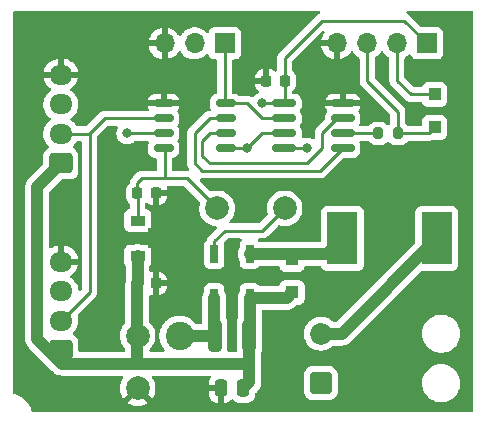
<source format=gtl>
G04 #@! TF.GenerationSoftware,KiCad,Pcbnew,(6.0.9)*
G04 #@! TF.CreationDate,2022-11-05T01:50:54+09:00*
G04 #@! TF.ProjectId,prototype-projector-device,70726f74-6f74-4797-9065-2d70726f6a65,rev?*
G04 #@! TF.SameCoordinates,PX5f5e100PY8f0d180*
G04 #@! TF.FileFunction,Copper,L1,Top*
G04 #@! TF.FilePolarity,Positive*
%FSLAX46Y46*%
G04 Gerber Fmt 4.6, Leading zero omitted, Abs format (unit mm)*
G04 Created by KiCad (PCBNEW (6.0.9)) date 2022-11-05 01:50:54*
%MOMM*%
%LPD*%
G01*
G04 APERTURE LIST*
G04 Aperture macros list*
%AMRoundRect*
0 Rectangle with rounded corners*
0 $1 Rounding radius*
0 $2 $3 $4 $5 $6 $7 $8 $9 X,Y pos of 4 corners*
0 Add a 4 corners polygon primitive as box body*
4,1,4,$2,$3,$4,$5,$6,$7,$8,$9,$2,$3,0*
0 Add four circle primitives for the rounded corners*
1,1,$1+$1,$2,$3*
1,1,$1+$1,$4,$5*
1,1,$1+$1,$6,$7*
1,1,$1+$1,$8,$9*
0 Add four rect primitives between the rounded corners*
20,1,$1+$1,$2,$3,$4,$5,0*
20,1,$1+$1,$4,$5,$6,$7,0*
20,1,$1+$1,$6,$7,$8,$9,0*
20,1,$1+$1,$8,$9,$2,$3,0*%
%AMFreePoly0*
4,1,13,0.900000,0.500000,2.600000,0.500000,2.600000,-0.500000,0.900000,-0.500000,0.400000,-1.000000,-0.400000,-1.000000,-0.900000,-0.500000,-2.600000,-0.500000,-2.600000,0.500000,-0.900000,0.500000,-0.400000,1.000000,0.400000,1.000000,0.900000,0.500000,0.900000,0.500000,$1*%
%AMFreePoly1*
4,1,9,3.862500,-0.866500,0.737500,-0.866500,0.737500,-0.450000,-0.737500,-0.450000,-0.737500,0.450000,0.737500,0.450000,0.737500,0.866500,3.862500,0.866500,3.862500,-0.866500,3.862500,-0.866500,$1*%
G04 Aperture macros list end*
G04 #@! TA.AperFunction,ComponentPad*
%ADD10C,2.000000*%
G04 #@! TD*
G04 #@! TA.AperFunction,ComponentPad*
%ADD11R,1.700000X1.700000*%
G04 #@! TD*
G04 #@! TA.AperFunction,ComponentPad*
%ADD12O,1.700000X1.700000*%
G04 #@! TD*
G04 #@! TA.AperFunction,SMDPad,CuDef*
%ADD13RoundRect,0.150000X0.675000X0.150000X-0.675000X0.150000X-0.675000X-0.150000X0.675000X-0.150000X0*%
G04 #@! TD*
G04 #@! TA.AperFunction,SMDPad,CuDef*
%ADD14RoundRect,0.225000X0.225000X0.250000X-0.225000X0.250000X-0.225000X-0.250000X0.225000X-0.250000X0*%
G04 #@! TD*
G04 #@! TA.AperFunction,SMDPad,CuDef*
%ADD15R,2.600000X4.500000*%
G04 #@! TD*
G04 #@! TA.AperFunction,SMDPad,CuDef*
%ADD16R,0.700000X1.500000*%
G04 #@! TD*
G04 #@! TA.AperFunction,SMDPad,CuDef*
%ADD17FreePoly0,270.000000*%
G04 #@! TD*
G04 #@! TA.AperFunction,ComponentPad*
%ADD18RoundRect,0.250000X0.725000X-0.600000X0.725000X0.600000X-0.725000X0.600000X-0.725000X-0.600000X0*%
G04 #@! TD*
G04 #@! TA.AperFunction,ComponentPad*
%ADD19O,1.950000X1.700000*%
G04 #@! TD*
G04 #@! TA.AperFunction,SMDPad,CuDef*
%ADD20RoundRect,0.225000X-0.225000X-0.250000X0.225000X-0.250000X0.225000X0.250000X-0.225000X0.250000X0*%
G04 #@! TD*
G04 #@! TA.AperFunction,SMDPad,CuDef*
%ADD21RoundRect,0.250000X-0.312500X-1.075000X0.312500X-1.075000X0.312500X1.075000X-0.312500X1.075000X0*%
G04 #@! TD*
G04 #@! TA.AperFunction,SMDPad,CuDef*
%ADD22RoundRect,0.150000X-0.825000X-0.150000X0.825000X-0.150000X0.825000X0.150000X-0.825000X0.150000X0*%
G04 #@! TD*
G04 #@! TA.AperFunction,SMDPad,CuDef*
%ADD23RoundRect,0.250000X0.250000X0.475000X-0.250000X0.475000X-0.250000X-0.475000X0.250000X-0.475000X0*%
G04 #@! TD*
G04 #@! TA.AperFunction,SMDPad,CuDef*
%ADD24R,1.100000X1.100000*%
G04 #@! TD*
G04 #@! TA.AperFunction,SMDPad,CuDef*
%ADD25RoundRect,0.200000X-0.200000X-0.275000X0.200000X-0.275000X0.200000X0.275000X-0.200000X0.275000X0*%
G04 #@! TD*
G04 #@! TA.AperFunction,SMDPad,CuDef*
%ADD26R,1.300000X0.900000*%
G04 #@! TD*
G04 #@! TA.AperFunction,SMDPad,CuDef*
%ADD27FreePoly1,0.000000*%
G04 #@! TD*
G04 #@! TA.AperFunction,ComponentPad*
%ADD28RoundRect,0.250000X0.675000X-0.675000X0.675000X0.675000X-0.675000X0.675000X-0.675000X-0.675000X0*%
G04 #@! TD*
G04 #@! TA.AperFunction,ComponentPad*
%ADD29C,1.850000*%
G04 #@! TD*
G04 #@! TA.AperFunction,ViaPad*
%ADD30C,0.800000*%
G04 #@! TD*
G04 #@! TA.AperFunction,ViaPad*
%ADD31C,2.400000*%
G04 #@! TD*
G04 #@! TA.AperFunction,Conductor*
%ADD32C,0.250000*%
G04 #@! TD*
G04 #@! TA.AperFunction,Conductor*
%ADD33C,1.000000*%
G04 #@! TD*
G04 APERTURE END LIST*
D10*
X11049000Y6985000D03*
D11*
X18415000Y31750000D03*
D12*
X15875000Y31750000D03*
X13335000Y31750000D03*
D13*
X18500000Y22860000D03*
X18500000Y24130000D03*
X18500000Y25400000D03*
X18500000Y26670000D03*
X13250000Y26670000D03*
X13250000Y25400000D03*
X13250000Y24130000D03*
X13250000Y22860000D03*
D14*
X23495000Y28575000D03*
X21945000Y28575000D03*
D10*
X23495000Y17780000D03*
D15*
X36385000Y15240000D03*
X28385000Y15240000D03*
D10*
X11049000Y2540000D03*
D16*
X20550000Y13915000D03*
D17*
X19050000Y12065000D03*
D16*
X17550000Y13915000D03*
X17550000Y10215000D03*
X20550000Y10215000D03*
D18*
X4555000Y5775000D03*
D19*
X4555000Y8275000D03*
X4555000Y10775000D03*
X4555000Y13275000D03*
D20*
X11036000Y11430000D03*
X12586000Y11430000D03*
D18*
X4555000Y21590000D03*
D19*
X4555000Y24090000D03*
X4555000Y26590000D03*
X4555000Y29090000D03*
D21*
X17587500Y6985000D03*
X20512500Y6985000D03*
D11*
X35550000Y31750000D03*
D12*
X33010000Y31750000D03*
X30470000Y31750000D03*
X27930000Y31750000D03*
D22*
X23475000Y26670000D03*
X23475000Y25400000D03*
X23475000Y24130000D03*
X23475000Y22860000D03*
X28425000Y22860000D03*
X28425000Y24130000D03*
X28425000Y25400000D03*
X28425000Y26670000D03*
D23*
X20000000Y2540000D03*
X18100000Y2540000D03*
D24*
X36195000Y27435000D03*
X36195000Y24635000D03*
D25*
X31445000Y24130000D03*
X33095000Y24130000D03*
D20*
X11036000Y19050000D03*
X12586000Y19050000D03*
D26*
X11050000Y16740000D03*
D27*
X11137500Y15240000D03*
D26*
X11050000Y13740000D03*
D24*
X24130000Y10665000D03*
X24130000Y13465000D03*
D28*
X26560000Y2980000D03*
D29*
X26560000Y7180000D03*
D10*
X17780000Y17780000D03*
D30*
X21590000Y26670000D03*
X4445000Y32385000D03*
X4445000Y2540000D03*
X31750000Y6985000D03*
X22225000Y32385000D03*
X36830000Y20955000D03*
X26035000Y28575000D03*
X7620000Y7620000D03*
X32385000Y15240000D03*
X14605000Y2540000D03*
X22860000Y6985000D03*
X32385000Y19050000D03*
X11430000Y21590000D03*
X8890000Y28575000D03*
X31750000Y2540000D03*
X14605000Y12065000D03*
X20320000Y17780000D03*
D31*
X14605000Y6985000D03*
D30*
X20320000Y22860000D03*
X10160000Y24130000D03*
X25400000Y22860000D03*
D32*
X17550000Y15010000D02*
X17550000Y13915000D01*
X21590000Y15875000D02*
X18415000Y15875000D01*
X23495000Y17780000D02*
X21590000Y15875000D01*
X18415000Y15875000D02*
X17550000Y15010000D01*
X13335000Y20320000D02*
X15240000Y20320000D01*
X13335000Y22775000D02*
X13335000Y20320000D01*
X11036000Y19050000D02*
X11036000Y19926000D01*
X23495000Y26690000D02*
X23475000Y26670000D01*
X11036000Y19926000D02*
X11430000Y20320000D01*
X11430000Y20320000D02*
X13335000Y20320000D01*
X13250000Y22860000D02*
X13335000Y22775000D01*
X13250000Y22817500D02*
X13250000Y22860000D01*
X23495000Y28575000D02*
X23495000Y30480000D01*
X23495000Y30480000D02*
X26670000Y33655000D01*
X11050000Y19036000D02*
X11036000Y19050000D01*
X26670000Y33655000D02*
X33645000Y33655000D01*
X15240000Y20320000D02*
X17780000Y17780000D01*
X11050000Y16740000D02*
X11050000Y19036000D01*
X33645000Y33655000D02*
X35550000Y31750000D01*
X23475000Y26670000D02*
X21590000Y26670000D01*
X23495000Y28575000D02*
X23495000Y26690000D01*
D33*
X2540000Y19575000D02*
X4555000Y21590000D01*
X20550000Y10215000D02*
X20550000Y7022500D01*
X11050000Y11444000D02*
X11036000Y11430000D01*
X20512500Y4637500D02*
X4637500Y4637500D01*
X11036000Y11430000D02*
X11036000Y4699000D01*
X20512500Y6985000D02*
X20512500Y4637500D01*
X20550000Y10215000D02*
X23680000Y10215000D01*
X4555000Y5775000D02*
X4555000Y4720000D01*
X20512500Y4637500D02*
X20512500Y3052500D01*
X20512500Y3052500D02*
X20000000Y2540000D01*
X20550000Y7022500D02*
X20512500Y6985000D01*
X23680000Y10215000D02*
X24130000Y10665000D01*
X2540000Y6735000D02*
X2540000Y19575000D01*
X4637500Y4637500D02*
X2540000Y6735000D01*
X4555000Y4720000D02*
X4637500Y4637500D01*
X11050000Y13740000D02*
X11050000Y11444000D01*
X27060000Y13915000D02*
X28385000Y15240000D01*
X24185000Y13915000D02*
X27060000Y13915000D01*
X24130000Y13860000D02*
X24185000Y13915000D01*
X24130000Y13465000D02*
X24130000Y13860000D01*
X20550000Y13915000D02*
X24185000Y13915000D01*
D32*
X34160000Y27435000D02*
X36195000Y27435000D01*
X33010000Y31750000D02*
X33010000Y28585000D01*
X33010000Y28585000D02*
X34160000Y27435000D01*
X33095000Y25960000D02*
X33095000Y24130000D01*
X30480000Y28575000D02*
X33095000Y25960000D01*
X30480000Y31740000D02*
X30480000Y28575000D01*
X33095000Y24130000D02*
X35690000Y24130000D01*
X30470000Y31750000D02*
X30480000Y31740000D01*
X35690000Y24130000D02*
X36195000Y24635000D01*
D33*
X17550000Y10215000D02*
X17550000Y7022500D01*
X17550000Y7022500D02*
X17587500Y6985000D01*
X17587500Y6985000D02*
X14605000Y6985000D01*
X28325000Y7180000D02*
X36385000Y15240000D01*
X26560000Y7180000D02*
X28325000Y7180000D01*
D32*
X20320000Y26670000D02*
X18500000Y26670000D01*
X23475000Y25400000D02*
X21590000Y25400000D01*
X18415000Y26755000D02*
X18500000Y26670000D01*
X21590000Y25400000D02*
X20320000Y26670000D01*
X18415000Y31750000D02*
X18415000Y26755000D01*
X23475000Y24130000D02*
X21590000Y24130000D01*
X20320000Y22860000D02*
X18500000Y22860000D01*
X21590000Y24130000D02*
X20320000Y22860000D01*
X8255000Y25400000D02*
X13250000Y25400000D01*
X6945000Y24090000D02*
X8255000Y25400000D01*
X4555000Y8275000D02*
X6985000Y10705000D01*
X4555000Y24090000D02*
X6945000Y24090000D01*
X6985000Y10705000D02*
X6985000Y24050000D01*
X6985000Y24050000D02*
X6945000Y24090000D01*
X13250000Y24130000D02*
X10160000Y24130000D01*
X28425000Y24130000D02*
X31445000Y24130000D01*
X23475000Y17800000D02*
X23495000Y17780000D01*
X23475000Y22860000D02*
X25400000Y22860000D01*
X25400000Y21590000D02*
X26670000Y22860000D01*
X17145000Y21590000D02*
X25400000Y21590000D01*
X27940000Y25400000D02*
X28425000Y25400000D01*
X16510000Y22225000D02*
X17145000Y21590000D01*
X18500000Y24130000D02*
X17145000Y24130000D01*
X26670000Y22860000D02*
X26670000Y24130000D01*
X16510000Y23495000D02*
X16510000Y22225000D01*
X17145000Y24130000D02*
X16510000Y23495000D01*
X26670000Y24130000D02*
X27940000Y25400000D01*
X17145000Y25400000D02*
X15875000Y24130000D01*
X26520000Y20955000D02*
X28425000Y22860000D01*
X15875000Y24130000D02*
X15875000Y21590000D01*
X18500000Y25400000D02*
X17145000Y25400000D01*
X15875000Y21590000D02*
X16510000Y20955000D01*
X16510000Y20955000D02*
X26520000Y20955000D01*
G04 #@! TA.AperFunction,Conductor*
G36*
X26461372Y34471498D02*
G01*
X26507865Y34417842D01*
X26517969Y34347568D01*
X26488475Y34282988D01*
X26428402Y34244503D01*
X26424310Y34243314D01*
X26416407Y34241018D01*
X26409588Y34236985D01*
X26409583Y34236983D01*
X26398972Y34230707D01*
X26381224Y34222012D01*
X26362383Y34214552D01*
X26355967Y34209890D01*
X26355966Y34209890D01*
X26326613Y34188564D01*
X26316693Y34182048D01*
X26285465Y34163580D01*
X26285462Y34163578D01*
X26278638Y34159542D01*
X26264317Y34145221D01*
X26249284Y34132381D01*
X26232893Y34120472D01*
X26224217Y34109984D01*
X26204702Y34086395D01*
X26196712Y34077616D01*
X23102747Y30983652D01*
X23094461Y30976112D01*
X23087982Y30972000D01*
X23082557Y30966223D01*
X23041357Y30922349D01*
X23038602Y30919507D01*
X23018865Y30899770D01*
X23016385Y30896573D01*
X23008682Y30887553D01*
X22978414Y30855321D01*
X22974595Y30848375D01*
X22974593Y30848372D01*
X22968652Y30837566D01*
X22957801Y30821047D01*
X22945386Y30805041D01*
X22942241Y30797772D01*
X22942238Y30797768D01*
X22927826Y30764463D01*
X22922609Y30753813D01*
X22901305Y30715060D01*
X22899334Y30707385D01*
X22899334Y30707384D01*
X22896267Y30695438D01*
X22889863Y30676734D01*
X22881819Y30658145D01*
X22880580Y30650322D01*
X22880577Y30650312D01*
X22874901Y30614476D01*
X22872495Y30602856D01*
X22863472Y30567711D01*
X22861500Y30560030D01*
X22861500Y30539776D01*
X22859949Y30520066D01*
X22856780Y30500057D01*
X22857526Y30492165D01*
X22860941Y30456039D01*
X22861500Y30444181D01*
X22861500Y29503379D01*
X22841498Y29435258D01*
X22815106Y29406116D01*
X22811287Y29403752D01*
X22806112Y29398568D01*
X22800376Y29394022D01*
X22798944Y29395829D01*
X22746425Y29367098D01*
X22675605Y29372108D01*
X22639147Y29395499D01*
X22638317Y29394448D01*
X22621160Y29407998D01*
X22488120Y29490004D01*
X22474939Y29496151D01*
X22326186Y29545491D01*
X22312810Y29548358D01*
X22221903Y29557672D01*
X22216874Y29557929D01*
X22201876Y29553525D01*
X22200671Y29552135D01*
X22199000Y29544452D01*
X22199000Y28447000D01*
X22178998Y28378879D01*
X22125342Y28332386D01*
X22073000Y28321000D01*
X21005115Y28321000D01*
X20989876Y28316525D01*
X20988671Y28315135D01*
X20987000Y28307452D01*
X20987000Y28279562D01*
X20987337Y28273047D01*
X20996894Y28180943D01*
X20999788Y28167544D01*
X21049381Y28018893D01*
X21055555Y28005714D01*
X21137788Y27872827D01*
X21146824Y27861426D01*
X21257429Y27751014D01*
X21268842Y27742000D01*
X21273333Y27739232D01*
X21320825Y27686458D01*
X21332246Y27616386D01*
X21303970Y27551263D01*
X21258463Y27516867D01*
X21139278Y27463803D01*
X21139276Y27463802D01*
X21133248Y27461118D01*
X20978747Y27348866D01*
X20878179Y27237174D01*
X20853573Y27209846D01*
X20793127Y27172607D01*
X20722143Y27173959D01*
X20695698Y27187275D01*
X20695320Y27186587D01*
X20677566Y27196348D01*
X20661047Y27207199D01*
X20657634Y27209846D01*
X20645041Y27219614D01*
X20637772Y27222759D01*
X20637768Y27222762D01*
X20604463Y27237174D01*
X20593813Y27242391D01*
X20555060Y27263695D01*
X20535437Y27268733D01*
X20516734Y27275137D01*
X20505420Y27280033D01*
X20505419Y27280033D01*
X20498145Y27283181D01*
X20490322Y27284420D01*
X20490312Y27284423D01*
X20454476Y27290099D01*
X20442856Y27292505D01*
X20407711Y27301528D01*
X20407710Y27301528D01*
X20400030Y27303500D01*
X20379776Y27303500D01*
X20360065Y27305051D01*
X20347886Y27306980D01*
X20340057Y27308220D01*
X20332165Y27307474D01*
X20296039Y27304059D01*
X20284181Y27303500D01*
X19674950Y27303500D01*
X19606829Y27323502D01*
X19593729Y27334059D01*
X19593675Y27333989D01*
X19587415Y27338845D01*
X19581807Y27344453D01*
X19574983Y27348489D01*
X19574980Y27348491D01*
X19445427Y27425108D01*
X19445428Y27425108D01*
X19438601Y27429145D01*
X19430990Y27431356D01*
X19430988Y27431357D01*
X19378769Y27446528D01*
X19278831Y27475562D01*
X19272426Y27476066D01*
X19272421Y27476067D01*
X19243958Y27478307D01*
X19243950Y27478307D01*
X19241502Y27478500D01*
X19174500Y27478500D01*
X19106379Y27498502D01*
X19059886Y27552158D01*
X19048500Y27604500D01*
X19048500Y28847115D01*
X20987000Y28847115D01*
X20991475Y28831876D01*
X20992865Y28830671D01*
X21000548Y28829000D01*
X21672885Y28829000D01*
X21688124Y28833475D01*
X21689329Y28834865D01*
X21691000Y28842548D01*
X21691000Y29539885D01*
X21686525Y29555124D01*
X21685135Y29556329D01*
X21677452Y29558000D01*
X21674562Y29558000D01*
X21668047Y29557663D01*
X21575943Y29548106D01*
X21562544Y29545212D01*
X21413893Y29495619D01*
X21400714Y29489445D01*
X21267827Y29407212D01*
X21256426Y29398176D01*
X21146014Y29287571D01*
X21137002Y29276160D01*
X21054996Y29143120D01*
X21048849Y29129939D01*
X20999509Y28981186D01*
X20996642Y28967810D01*
X20987328Y28876903D01*
X20987000Y28870486D01*
X20987000Y28847115D01*
X19048500Y28847115D01*
X19048500Y30265500D01*
X19068502Y30333621D01*
X19122158Y30380114D01*
X19174500Y30391500D01*
X19313134Y30391500D01*
X19375316Y30398255D01*
X19511705Y30449385D01*
X19628261Y30536739D01*
X19715615Y30653295D01*
X19766745Y30789684D01*
X19773500Y30851866D01*
X19773500Y32648134D01*
X19766745Y32710316D01*
X19715615Y32846705D01*
X19628261Y32963261D01*
X19511705Y33050615D01*
X19375316Y33101745D01*
X19313134Y33108500D01*
X17516866Y33108500D01*
X17454684Y33101745D01*
X17318295Y33050615D01*
X17201739Y32963261D01*
X17114385Y32846705D01*
X17111233Y32838297D01*
X17069919Y32728093D01*
X17027277Y32671329D01*
X16960716Y32646629D01*
X16891367Y32661837D01*
X16858743Y32687524D01*
X16808151Y32743125D01*
X16808142Y32743134D01*
X16804670Y32746949D01*
X16800616Y32750151D01*
X16800615Y32750152D01*
X16633414Y32882200D01*
X16633410Y32882202D01*
X16629359Y32885402D01*
X16593028Y32905458D01*
X16556797Y32925458D01*
X16433789Y32993362D01*
X16428920Y32995086D01*
X16428916Y32995088D01*
X16228087Y33066205D01*
X16228083Y33066206D01*
X16223212Y33067931D01*
X16218119Y33068838D01*
X16218116Y33068839D01*
X16008373Y33106200D01*
X16008367Y33106201D01*
X16003284Y33107106D01*
X15929452Y33108008D01*
X15785081Y33109772D01*
X15785079Y33109772D01*
X15779911Y33109835D01*
X15559091Y33076045D01*
X15346756Y33006643D01*
X15308771Y32986869D01*
X15233801Y32947842D01*
X15148607Y32903493D01*
X15144474Y32900390D01*
X15144471Y32900388D01*
X15003761Y32794740D01*
X14969965Y32769365D01*
X14944541Y32742760D01*
X14876280Y32671329D01*
X14815629Y32607862D01*
X14812720Y32603597D01*
X14812714Y32603589D01*
X14800404Y32585543D01*
X14708204Y32450382D01*
X14707898Y32449934D01*
X14652987Y32404931D01*
X14582462Y32396760D01*
X14518715Y32428014D01*
X14498018Y32452498D01*
X14417426Y32577074D01*
X14411136Y32585243D01*
X14267806Y32742760D01*
X14260273Y32749785D01*
X14093139Y32881778D01*
X14084552Y32887483D01*
X13898117Y32990401D01*
X13888705Y32994631D01*
X13687959Y33065720D01*
X13677988Y33068354D01*
X13606837Y33081028D01*
X13593540Y33079568D01*
X13589000Y33065011D01*
X13589000Y30431483D01*
X13593064Y30417641D01*
X13606478Y30415607D01*
X13613184Y30416466D01*
X13623262Y30418608D01*
X13827255Y30479809D01*
X13836842Y30483567D01*
X14028095Y30577261D01*
X14036945Y30582536D01*
X14210328Y30706208D01*
X14218200Y30712861D01*
X14369052Y30863188D01*
X14375730Y30871035D01*
X14503022Y31048181D01*
X14504279Y31047278D01*
X14551373Y31090638D01*
X14621311Y31102855D01*
X14686751Y31075322D01*
X14714579Y31043489D01*
X14774987Y30944912D01*
X14921250Y30776062D01*
X15093126Y30633368D01*
X15286000Y30520662D01*
X15494692Y30440970D01*
X15499760Y30439939D01*
X15499763Y30439938D01*
X15578844Y30423849D01*
X15713597Y30396433D01*
X15718772Y30396243D01*
X15718774Y30396243D01*
X15931673Y30388436D01*
X15931677Y30388436D01*
X15936837Y30388247D01*
X15941957Y30388903D01*
X15941959Y30388903D01*
X16153288Y30415975D01*
X16153289Y30415975D01*
X16158416Y30416632D01*
X16163366Y30418117D01*
X16367429Y30479339D01*
X16367434Y30479341D01*
X16372384Y30480826D01*
X16572994Y30579104D01*
X16754860Y30708827D01*
X16863091Y30816681D01*
X16925462Y30850596D01*
X16996268Y30845408D01*
X17053030Y30802762D01*
X17070012Y30771659D01*
X17088628Y30722001D01*
X17114385Y30653295D01*
X17201739Y30536739D01*
X17318295Y30449385D01*
X17454684Y30398255D01*
X17516866Y30391500D01*
X17655500Y30391500D01*
X17723621Y30371498D01*
X17770114Y30317842D01*
X17781500Y30265500D01*
X17781500Y27587693D01*
X17761498Y27519572D01*
X17707842Y27473079D01*
X17690653Y27466696D01*
X17561399Y27429145D01*
X17554572Y27425108D01*
X17554573Y27425108D01*
X17425020Y27348491D01*
X17425017Y27348489D01*
X17418193Y27344453D01*
X17300547Y27226807D01*
X17296511Y27219983D01*
X17296509Y27219980D01*
X17240329Y27124984D01*
X17215855Y27083601D01*
X17213644Y27075990D01*
X17213643Y27075988D01*
X17203988Y27042753D01*
X17169438Y26923831D01*
X17168934Y26917426D01*
X17168933Y26917421D01*
X17167389Y26897798D01*
X17166500Y26886502D01*
X17166500Y26453498D01*
X17166693Y26451050D01*
X17166693Y26451042D01*
X17168415Y26429173D01*
X17169438Y26416169D01*
X17184104Y26365687D01*
X17213586Y26264210D01*
X17215855Y26256399D01*
X17235231Y26223637D01*
X17252689Y26154822D01*
X17230172Y26087491D01*
X17174827Y26043022D01*
X17126776Y26033500D01*
X17105144Y26033500D01*
X17101210Y26033003D01*
X17101209Y26033003D01*
X17101144Y26032995D01*
X17089307Y26032062D01*
X17057490Y26031062D01*
X17053029Y26030922D01*
X17045110Y26030673D01*
X17032391Y26026978D01*
X17025658Y26025022D01*
X17006306Y26021014D01*
X16999235Y26020120D01*
X16986203Y26018474D01*
X16978834Y26015557D01*
X16978832Y26015556D01*
X16945097Y26002200D01*
X16933869Y25998355D01*
X16891407Y25986018D01*
X16884585Y25981984D01*
X16884579Y25981981D01*
X16873968Y25975706D01*
X16856218Y25967010D01*
X16844756Y25962472D01*
X16844751Y25962469D01*
X16837383Y25959552D01*
X16824203Y25949976D01*
X16801625Y25933573D01*
X16791707Y25927057D01*
X16773019Y25916005D01*
X16753637Y25904542D01*
X16739313Y25890218D01*
X16724283Y25877380D01*
X16707893Y25865472D01*
X16692083Y25846361D01*
X16679712Y25831407D01*
X16671722Y25822627D01*
X15482747Y24633652D01*
X15474461Y24626112D01*
X15467982Y24622000D01*
X15462557Y24616223D01*
X15421357Y24572349D01*
X15418602Y24569507D01*
X15398865Y24549770D01*
X15396385Y24546573D01*
X15388682Y24537553D01*
X15358414Y24505321D01*
X15354595Y24498375D01*
X15354593Y24498372D01*
X15348652Y24487566D01*
X15337801Y24471047D01*
X15325386Y24455041D01*
X15322241Y24447772D01*
X15322238Y24447768D01*
X15307826Y24414463D01*
X15302609Y24403813D01*
X15281305Y24365060D01*
X15279334Y24357385D01*
X15279334Y24357384D01*
X15276267Y24345438D01*
X15269863Y24326734D01*
X15261819Y24308145D01*
X15260580Y24300322D01*
X15260577Y24300312D01*
X15254901Y24264476D01*
X15252495Y24252856D01*
X15241500Y24210030D01*
X15241500Y24189776D01*
X15239949Y24170066D01*
X15236780Y24150057D01*
X15237526Y24142165D01*
X15240941Y24106039D01*
X15241500Y24094181D01*
X15241500Y21668767D01*
X15240973Y21657584D01*
X15239298Y21650091D01*
X15239547Y21642165D01*
X15239547Y21642164D01*
X15241438Y21582014D01*
X15241500Y21578055D01*
X15241500Y21550144D01*
X15241997Y21546210D01*
X15241997Y21546209D01*
X15242005Y21546144D01*
X15242938Y21534307D01*
X15244327Y21490111D01*
X15249978Y21470661D01*
X15253987Y21451300D01*
X15256526Y21431203D01*
X15259445Y21423832D01*
X15259445Y21423830D01*
X15272804Y21390088D01*
X15276649Y21378858D01*
X15288982Y21336407D01*
X15293015Y21329588D01*
X15293017Y21329583D01*
X15299293Y21318972D01*
X15307988Y21301224D01*
X15315448Y21282383D01*
X15320110Y21275967D01*
X15320110Y21275966D01*
X15341436Y21246613D01*
X15347952Y21236693D01*
X15370458Y21198638D01*
X15384779Y21184317D01*
X15397619Y21169284D01*
X15409042Y21153562D01*
X15432901Y21086695D01*
X15416822Y21017543D01*
X15365908Y20968062D01*
X15307107Y20953500D01*
X15299776Y20953500D01*
X15280065Y20955051D01*
X15267886Y20956980D01*
X15260057Y20958220D01*
X15230786Y20955453D01*
X15216039Y20954059D01*
X15204181Y20953500D01*
X14094500Y20953500D01*
X14026379Y20973502D01*
X13979886Y21027158D01*
X13968500Y21079500D01*
X13968500Y21942307D01*
X13988502Y22010428D01*
X14042158Y22056921D01*
X14059348Y22063304D01*
X14188601Y22100855D01*
X14217411Y22117893D01*
X14324980Y22181509D01*
X14324983Y22181511D01*
X14331807Y22185547D01*
X14449453Y22303193D01*
X14453489Y22310017D01*
X14453491Y22310020D01*
X14530108Y22439573D01*
X14534145Y22446399D01*
X14544698Y22482721D01*
X14578767Y22599992D01*
X14580562Y22606169D01*
X14583500Y22643498D01*
X14583500Y23076502D01*
X14580562Y23113831D01*
X14534145Y23273601D01*
X14449453Y23416807D01*
X14446771Y23419489D01*
X14421498Y23483861D01*
X14435400Y23553484D01*
X14445572Y23569312D01*
X14449453Y23573193D01*
X14534145Y23716399D01*
X14537783Y23728919D01*
X14560003Y23805405D01*
X14580562Y23876169D01*
X14581142Y23883526D01*
X14583307Y23911042D01*
X14583307Y23911050D01*
X14583500Y23913498D01*
X14583500Y24346502D01*
X14582644Y24357384D01*
X14581067Y24377421D01*
X14581066Y24377426D01*
X14580562Y24383831D01*
X14545266Y24505321D01*
X14536357Y24535988D01*
X14536356Y24535990D01*
X14534145Y24543601D01*
X14449453Y24686807D01*
X14446771Y24689489D01*
X14421498Y24753861D01*
X14435400Y24823484D01*
X14445572Y24839312D01*
X14449453Y24843193D01*
X14534145Y24986399D01*
X14537799Y24998974D01*
X14568530Y25104754D01*
X14580562Y25146169D01*
X14581300Y25155539D01*
X14583307Y25181042D01*
X14583307Y25181050D01*
X14583500Y25183498D01*
X14583500Y25616502D01*
X14581748Y25638767D01*
X14581067Y25647421D01*
X14581066Y25647426D01*
X14580562Y25653831D01*
X14534145Y25813601D01*
X14483678Y25898936D01*
X14453493Y25949976D01*
X14453492Y25949977D01*
X14449453Y25956807D01*
X14446513Y25959747D01*
X14421180Y26024266D01*
X14435079Y26093889D01*
X14447126Y26112636D01*
X14453090Y26120324D01*
X14529648Y26249779D01*
X14535893Y26264210D01*
X14574939Y26398605D01*
X14574899Y26412706D01*
X14567630Y26416000D01*
X11938122Y26416000D01*
X11924591Y26412027D01*
X11923456Y26404129D01*
X11964107Y26264210D01*
X11970352Y26249779D01*
X11985811Y26223639D01*
X12003270Y26154823D01*
X11980753Y26087491D01*
X11925409Y26043022D01*
X11877357Y26033500D01*
X8333768Y26033500D01*
X8322585Y26034027D01*
X8315092Y26035702D01*
X8307166Y26035453D01*
X8307165Y26035453D01*
X8247002Y26033562D01*
X8243044Y26033500D01*
X8215144Y26033500D01*
X8211154Y26032996D01*
X8199320Y26032064D01*
X8155111Y26030674D01*
X8147497Y26028462D01*
X8147492Y26028461D01*
X8135659Y26025023D01*
X8116296Y26021012D01*
X8096203Y26018474D01*
X8088836Y26015557D01*
X8088831Y26015556D01*
X8055092Y26002198D01*
X8043865Y25998354D01*
X8001407Y25986018D01*
X7994581Y25981981D01*
X7983972Y25975707D01*
X7966224Y25967012D01*
X7947383Y25959552D01*
X7940968Y25954891D01*
X7940966Y25954890D01*
X7911613Y25933564D01*
X7901693Y25927048D01*
X7870465Y25908580D01*
X7870462Y25908578D01*
X7863638Y25904542D01*
X7849317Y25890221D01*
X7834284Y25877381D01*
X7817893Y25865472D01*
X7802083Y25846361D01*
X7789702Y25831395D01*
X7781712Y25822616D01*
X6719500Y24760405D01*
X6657188Y24726379D01*
X6630405Y24723500D01*
X5955596Y24723500D01*
X5887475Y24743502D01*
X5847877Y24784134D01*
X5830519Y24812740D01*
X5781623Y24893317D01*
X5736774Y24945001D01*
X5634023Y25063412D01*
X5634021Y25063414D01*
X5630523Y25067445D01*
X5585021Y25104754D01*
X5456373Y25210240D01*
X5456367Y25210244D01*
X5452245Y25213624D01*
X5420750Y25231552D01*
X5371445Y25282632D01*
X5357583Y25352262D01*
X5383566Y25418333D01*
X5412716Y25445573D01*
X5448642Y25469760D01*
X5534319Y25527441D01*
X5548618Y25541081D01*
X5623541Y25612555D01*
X5701135Y25686576D01*
X5838754Y25871542D01*
X5841721Y25877376D01*
X5895818Y25983779D01*
X5943240Y26077051D01*
X5948469Y26093889D01*
X6010024Y26292129D01*
X6011607Y26297227D01*
X6024845Y26397107D01*
X6041198Y26520489D01*
X6041198Y26520494D01*
X6041898Y26525774D01*
X6033249Y26756158D01*
X5994383Y26941395D01*
X11925061Y26941395D01*
X11925101Y26927294D01*
X11932370Y26924000D01*
X12977885Y26924000D01*
X12993124Y26928475D01*
X12994329Y26929865D01*
X12996000Y26937548D01*
X12996000Y26942115D01*
X13504000Y26942115D01*
X13508475Y26926876D01*
X13509865Y26925671D01*
X13517548Y26924000D01*
X14561878Y26924000D01*
X14575409Y26927973D01*
X14576544Y26935871D01*
X14535893Y27075790D01*
X14529648Y27090221D01*
X14453089Y27219678D01*
X14443449Y27232104D01*
X14337104Y27338449D01*
X14324678Y27348089D01*
X14195221Y27424648D01*
X14180790Y27430893D01*
X14034935Y27473269D01*
X14022333Y27475570D01*
X13993916Y27477807D01*
X13988986Y27478000D01*
X13522115Y27478000D01*
X13506876Y27473525D01*
X13505671Y27472135D01*
X13504000Y27464452D01*
X13504000Y26942115D01*
X12996000Y26942115D01*
X12996000Y27459884D01*
X12991525Y27475123D01*
X12990135Y27476328D01*
X12982452Y27477999D01*
X12511017Y27477999D01*
X12506080Y27477805D01*
X12477664Y27475570D01*
X12465069Y27473270D01*
X12319210Y27430893D01*
X12304779Y27424648D01*
X12175322Y27348089D01*
X12162896Y27338449D01*
X12056551Y27232104D01*
X12046911Y27219678D01*
X11970352Y27090221D01*
X11964107Y27075790D01*
X11925061Y26941395D01*
X5994383Y26941395D01*
X5985907Y26981791D01*
X5943086Y27090221D01*
X5903185Y27191256D01*
X5903184Y27191258D01*
X5901224Y27196221D01*
X5894563Y27207199D01*
X5784390Y27388757D01*
X5781623Y27393317D01*
X5778126Y27397347D01*
X5634023Y27563412D01*
X5634021Y27563414D01*
X5630523Y27567445D01*
X5533961Y27646621D01*
X5456373Y27710240D01*
X5456367Y27710244D01*
X5452245Y27713624D01*
X5447602Y27716267D01*
X5420265Y27731829D01*
X5370959Y27782912D01*
X5357098Y27852542D01*
X5383082Y27918613D01*
X5412232Y27945851D01*
X5529578Y28024852D01*
X5537870Y28031519D01*
X5696900Y28183228D01*
X5703941Y28191186D01*
X5835141Y28367525D01*
X5840745Y28376562D01*
X5940357Y28572484D01*
X5944357Y28582335D01*
X6009534Y28792240D01*
X6011817Y28802624D01*
X6013861Y28818043D01*
X6011665Y28832207D01*
X5998478Y28836000D01*
X3113808Y28836000D01*
X3100277Y28832027D01*
X3098752Y28821420D01*
X3123477Y28703579D01*
X3126537Y28693383D01*
X3207263Y28488971D01*
X3211994Y28479439D01*
X3326016Y28291538D01*
X3332280Y28282948D01*
X3476327Y28116948D01*
X3483958Y28109528D01*
X3653911Y27970174D01*
X3662674Y27964152D01*
X3689711Y27948762D01*
X3739018Y27897680D01*
X3752880Y27828049D01*
X3726897Y27761978D01*
X3697747Y27734739D01*
X3693425Y27731829D01*
X3575681Y27652559D01*
X3408865Y27493424D01*
X3271246Y27308458D01*
X3268830Y27303707D01*
X3268828Y27303703D01*
X3221109Y27209846D01*
X3166760Y27102949D01*
X3165178Y27097855D01*
X3165177Y27097852D01*
X3122891Y26961668D01*
X3098393Y26882773D01*
X3097692Y26877484D01*
X3076784Y26719730D01*
X3068102Y26654226D01*
X3076751Y26423842D01*
X3077846Y26418623D01*
X3083706Y26390695D01*
X3124093Y26198209D01*
X3126051Y26193250D01*
X3126052Y26193248D01*
X3203020Y25998355D01*
X3208776Y25983779D01*
X3211543Y25979220D01*
X3211544Y25979217D01*
X3271000Y25881237D01*
X3328377Y25786683D01*
X3331874Y25782653D01*
X3473921Y25618958D01*
X3479477Y25612555D01*
X3483608Y25609168D01*
X3653627Y25469760D01*
X3653633Y25469756D01*
X3657755Y25466376D01*
X3689250Y25448448D01*
X3738555Y25397368D01*
X3752417Y25327738D01*
X3726434Y25261667D01*
X3697284Y25234427D01*
X3693011Y25231550D01*
X3575681Y25152559D01*
X3571824Y25148880D01*
X3571822Y25148878D01*
X3525566Y25104752D01*
X3408865Y24993424D01*
X3405682Y24989146D01*
X3392037Y24970806D01*
X3271246Y24808458D01*
X3268830Y24803707D01*
X3268828Y24803703D01*
X3229515Y24726379D01*
X3166760Y24602949D01*
X3165178Y24597855D01*
X3165177Y24597852D01*
X3149257Y24546581D01*
X3098393Y24382773D01*
X3097692Y24377484D01*
X3072814Y24189776D01*
X3068102Y24154226D01*
X3076751Y23923842D01*
X3124093Y23698209D01*
X3126051Y23693250D01*
X3126052Y23693248D01*
X3204345Y23495000D01*
X3208776Y23483779D01*
X3211543Y23479220D01*
X3211544Y23479217D01*
X3266359Y23388885D01*
X3328377Y23286683D01*
X3331874Y23282653D01*
X3473010Y23120008D01*
X3479477Y23112555D01*
X3515120Y23083330D01*
X3555114Y23024671D01*
X3557046Y22953701D01*
X3520302Y22892952D01*
X3501532Y22878752D01*
X3431304Y22835293D01*
X3355652Y22788478D01*
X3230695Y22663303D01*
X3137885Y22512738D01*
X3127929Y22482721D01*
X3105016Y22413639D01*
X3082203Y22344861D01*
X3071500Y22240400D01*
X3071500Y21584925D01*
X3051498Y21516804D01*
X3034595Y21495830D01*
X1870621Y20331855D01*
X1860478Y20322753D01*
X1830975Y20299032D01*
X1810712Y20274883D01*
X1798709Y20260579D01*
X1795528Y20256931D01*
X1793885Y20255119D01*
X1791691Y20252925D01*
X1764358Y20219651D01*
X1763696Y20218853D01*
X1703846Y20147526D01*
X1701278Y20142856D01*
X1697897Y20138739D01*
X1683249Y20111420D01*
X1654023Y20056914D01*
X1653394Y20055755D01*
X1611538Y19979619D01*
X1611535Y19979611D01*
X1608567Y19974213D01*
X1606955Y19969131D01*
X1604438Y19964437D01*
X1577238Y19875469D01*
X1576918Y19874441D01*
X1548765Y19785694D01*
X1548171Y19780398D01*
X1546613Y19775302D01*
X1537388Y19684482D01*
X1537218Y19682813D01*
X1537089Y19681607D01*
X1531500Y19631773D01*
X1531500Y19628246D01*
X1531445Y19627261D01*
X1530998Y19621581D01*
X1526626Y19578538D01*
X1527206Y19572407D01*
X1530941Y19532891D01*
X1531500Y19521033D01*
X1531500Y6796843D01*
X1530763Y6783236D01*
X1527503Y6753223D01*
X1526676Y6745612D01*
X1527213Y6739477D01*
X1531050Y6695612D01*
X1531379Y6690786D01*
X1531500Y6688314D01*
X1531500Y6685231D01*
X1531801Y6682163D01*
X1535690Y6642494D01*
X1535812Y6641181D01*
X1543913Y6548587D01*
X1545400Y6543468D01*
X1545920Y6538167D01*
X1572791Y6449166D01*
X1573126Y6448033D01*
X1588379Y6395535D01*
X1599091Y6358664D01*
X1601544Y6353932D01*
X1603084Y6348831D01*
X1605978Y6343388D01*
X1646731Y6266740D01*
X1647343Y6265574D01*
X1666890Y6227865D01*
X1690108Y6183074D01*
X1693431Y6178911D01*
X1695934Y6174204D01*
X1754755Y6102082D01*
X1755446Y6101226D01*
X1786738Y6062027D01*
X1789242Y6059523D01*
X1789884Y6058805D01*
X1793585Y6054472D01*
X1820935Y6020938D01*
X1825682Y6017011D01*
X1825684Y6017009D01*
X1856262Y5991713D01*
X1865042Y5983723D01*
X3800931Y4047835D01*
X3809479Y4038376D01*
X3835935Y4005938D01*
X3840682Y4002011D01*
X3840684Y4002009D01*
X3871266Y3976710D01*
X3880046Y3968720D01*
X3880651Y3968115D01*
X3889753Y3957971D01*
X3909604Y3933280D01*
X3909608Y3933276D01*
X3913468Y3928475D01*
X3918192Y3924511D01*
X3951921Y3896209D01*
X3955569Y3893028D01*
X3957381Y3891385D01*
X3959575Y3889191D01*
X3992849Y3861858D01*
X3993647Y3861196D01*
X4064974Y3801346D01*
X4069644Y3798778D01*
X4073761Y3795397D01*
X4091656Y3785802D01*
X4155680Y3751472D01*
X4156838Y3750843D01*
X4232888Y3709035D01*
X4238287Y3706067D01*
X4243365Y3704456D01*
X4248063Y3701937D01*
X4336998Y3674747D01*
X4338202Y3674372D01*
X4426806Y3646265D01*
X4432097Y3645672D01*
X4437198Y3644112D01*
X4529811Y3634705D01*
X4530931Y3634585D01*
X4580727Y3629000D01*
X4584256Y3629000D01*
X4585239Y3628945D01*
X4590923Y3628498D01*
X4615819Y3625969D01*
X4633962Y3624126D01*
X4633963Y3624126D01*
X4679612Y3628441D01*
X4691469Y3629000D01*
X9723642Y3629000D01*
X9791763Y3608998D01*
X9838256Y3555342D01*
X9848360Y3485068D01*
X9825580Y3428942D01*
X9822643Y3424899D01*
X9703795Y3230958D01*
X9699313Y3222163D01*
X9612266Y3012012D01*
X9609217Y3002627D01*
X9556115Y2781446D01*
X9554572Y2771699D01*
X9536725Y2544930D01*
X9536725Y2535070D01*
X9554572Y2308301D01*
X9556115Y2298554D01*
X9609217Y2077373D01*
X9612266Y2067988D01*
X9699313Y1857837D01*
X9703795Y1849042D01*
X9806432Y1681555D01*
X9816890Y1672093D01*
X9825666Y1675876D01*
X10959905Y2810115D01*
X11022217Y2844141D01*
X11093032Y2839076D01*
X11138095Y2810115D01*
X12269290Y1678920D01*
X12281670Y1672160D01*
X12289320Y1677887D01*
X12394205Y1849042D01*
X12398687Y1857837D01*
X12464989Y2017905D01*
X17092001Y2017905D01*
X17092338Y2011386D01*
X17102257Y1915794D01*
X17105149Y1902400D01*
X17156588Y1748216D01*
X17162761Y1735038D01*
X17248063Y1597193D01*
X17257099Y1585792D01*
X17371829Y1471261D01*
X17383240Y1462249D01*
X17521243Y1377184D01*
X17534424Y1371037D01*
X17688710Y1319862D01*
X17702086Y1316995D01*
X17796438Y1307328D01*
X17802854Y1307000D01*
X17827885Y1307000D01*
X17843124Y1311475D01*
X17844329Y1312865D01*
X17846000Y1320548D01*
X17846000Y2267885D01*
X17841525Y2283124D01*
X17840135Y2284329D01*
X17832452Y2286000D01*
X17110116Y2286000D01*
X17094877Y2281525D01*
X17093672Y2280135D01*
X17092001Y2272452D01*
X17092001Y2017905D01*
X12464989Y2017905D01*
X12485734Y2067988D01*
X12488783Y2077373D01*
X12541885Y2298554D01*
X12543428Y2308301D01*
X12561275Y2535070D01*
X12561275Y2544930D01*
X12543428Y2771699D01*
X12541885Y2781446D01*
X12488783Y3002627D01*
X12485734Y3012012D01*
X12398687Y3222163D01*
X12394205Y3230958D01*
X12275357Y3424899D01*
X12272420Y3428942D01*
X12248563Y3495810D01*
X12264646Y3564961D01*
X12315561Y3614440D01*
X12374358Y3629000D01*
X17112327Y3629000D01*
X17180448Y3608998D01*
X17226941Y3555342D01*
X17237045Y3485068D01*
X17219587Y3436885D01*
X17162186Y3343762D01*
X17156037Y3330576D01*
X17104862Y3176290D01*
X17101995Y3162914D01*
X17092328Y3068562D01*
X17092000Y3062145D01*
X17092000Y2812115D01*
X17096475Y2796876D01*
X17097865Y2795671D01*
X17105548Y2794000D01*
X18228000Y2794000D01*
X18296121Y2773998D01*
X18342614Y2720342D01*
X18354000Y2668000D01*
X18354000Y1325116D01*
X18358475Y1309877D01*
X18359865Y1308672D01*
X18367548Y1307001D01*
X18397095Y1307001D01*
X18403614Y1307338D01*
X18499206Y1317257D01*
X18512600Y1320149D01*
X18666784Y1371588D01*
X18679962Y1377761D01*
X18817807Y1463063D01*
X18829208Y1472099D01*
X18943738Y1586828D01*
X18950794Y1595762D01*
X19008712Y1636823D01*
X19079635Y1640053D01*
X19141046Y1604426D01*
X19147846Y1596593D01*
X19151522Y1590652D01*
X19276697Y1465695D01*
X19282927Y1461855D01*
X19282928Y1461854D01*
X19420288Y1377184D01*
X19427262Y1372885D01*
X19507005Y1346436D01*
X19588611Y1319368D01*
X19588613Y1319368D01*
X19595139Y1317203D01*
X19601975Y1316503D01*
X19601978Y1316502D01*
X19645031Y1312091D01*
X19699600Y1306500D01*
X20300400Y1306500D01*
X20303646Y1306837D01*
X20303650Y1306837D01*
X20399308Y1316762D01*
X20399312Y1316763D01*
X20406166Y1317474D01*
X20412702Y1319655D01*
X20412704Y1319655D01*
X20559319Y1368570D01*
X20573946Y1373450D01*
X20724348Y1466522D01*
X20849305Y1591697D01*
X20898862Y1672093D01*
X20938275Y1736032D01*
X20938276Y1736034D01*
X20942115Y1742262D01*
X20970061Y1826517D01*
X20995632Y1903611D01*
X20995632Y1903613D01*
X20997797Y1910139D01*
X21008500Y2014600D01*
X21008500Y2070075D01*
X21028502Y2138196D01*
X21045405Y2159170D01*
X21140835Y2254600D01*
X25126500Y2254600D01*
X25126837Y2251354D01*
X25126837Y2251350D01*
X25136402Y2159170D01*
X25137474Y2148834D01*
X25193450Y1981054D01*
X25286522Y1830652D01*
X25411697Y1705695D01*
X25417927Y1701855D01*
X25417928Y1701854D01*
X25555090Y1617306D01*
X25562262Y1612885D01*
X25640822Y1586828D01*
X25723611Y1559368D01*
X25723613Y1559368D01*
X25730139Y1557203D01*
X25736975Y1556503D01*
X25736978Y1556502D01*
X25780031Y1552091D01*
X25834600Y1546500D01*
X27285400Y1546500D01*
X27288646Y1546837D01*
X27288650Y1546837D01*
X27384308Y1556762D01*
X27384312Y1556763D01*
X27391166Y1557474D01*
X27397702Y1559655D01*
X27397704Y1559655D01*
X27533244Y1604875D01*
X27558946Y1613450D01*
X27709348Y1706522D01*
X27834305Y1831697D01*
X27882658Y1910139D01*
X27923275Y1976032D01*
X27923276Y1976034D01*
X27927115Y1982262D01*
X27982797Y2150139D01*
X27983723Y2159170D01*
X27993172Y2251402D01*
X27993500Y2254600D01*
X27993500Y2980000D01*
X35146526Y2980000D01*
X35166391Y2727597D01*
X35167545Y2722790D01*
X35167546Y2722784D01*
X35199060Y2591521D01*
X35225495Y2481409D01*
X35227388Y2476838D01*
X35227389Y2476836D01*
X35318110Y2257817D01*
X35322384Y2247498D01*
X35454672Y2031624D01*
X35619102Y1839102D01*
X35811624Y1674672D01*
X36027498Y1542384D01*
X36032068Y1540491D01*
X36032072Y1540489D01*
X36256836Y1447389D01*
X36261409Y1445495D01*
X36346032Y1425179D01*
X36502784Y1387546D01*
X36502790Y1387545D01*
X36507597Y1386391D01*
X36607416Y1378535D01*
X36694345Y1371693D01*
X36694352Y1371693D01*
X36696801Y1371500D01*
X36823199Y1371500D01*
X36825648Y1371693D01*
X36825655Y1371693D01*
X36912584Y1378535D01*
X37012403Y1386391D01*
X37017210Y1387545D01*
X37017216Y1387546D01*
X37173968Y1425179D01*
X37258591Y1445495D01*
X37263164Y1447389D01*
X37487928Y1540489D01*
X37487932Y1540491D01*
X37492502Y1542384D01*
X37708376Y1674672D01*
X37900898Y1839102D01*
X38065328Y2031624D01*
X38197616Y2247498D01*
X38201891Y2257817D01*
X38292611Y2476836D01*
X38292612Y2476838D01*
X38294505Y2481409D01*
X38320940Y2591521D01*
X38352454Y2722784D01*
X38352455Y2722790D01*
X38353609Y2727597D01*
X38373474Y2980000D01*
X38353609Y3232403D01*
X38294505Y3478591D01*
X38262714Y3555342D01*
X38199511Y3707928D01*
X38199509Y3707932D01*
X38197616Y3712502D01*
X38065328Y3928376D01*
X37900898Y4120898D01*
X37708376Y4285328D01*
X37492502Y4417616D01*
X37487932Y4419509D01*
X37487928Y4419511D01*
X37263164Y4512611D01*
X37263162Y4512612D01*
X37258591Y4514505D01*
X37173968Y4534821D01*
X37017216Y4572454D01*
X37017210Y4572455D01*
X37012403Y4573609D01*
X36912584Y4581465D01*
X36825655Y4588307D01*
X36825648Y4588307D01*
X36823199Y4588500D01*
X36696801Y4588500D01*
X36694352Y4588307D01*
X36694345Y4588307D01*
X36607416Y4581465D01*
X36507597Y4573609D01*
X36502790Y4572455D01*
X36502784Y4572454D01*
X36346032Y4534821D01*
X36261409Y4514505D01*
X36256838Y4512612D01*
X36256836Y4512611D01*
X36032072Y4419511D01*
X36032068Y4419509D01*
X36027498Y4417616D01*
X35811624Y4285328D01*
X35619102Y4120898D01*
X35454672Y3928376D01*
X35322384Y3712502D01*
X35320491Y3707932D01*
X35320489Y3707928D01*
X35257286Y3555342D01*
X35225495Y3478591D01*
X35166391Y3232403D01*
X35146526Y2980000D01*
X27993500Y2980000D01*
X27993500Y3705400D01*
X27984175Y3795275D01*
X27983238Y3804308D01*
X27983237Y3804312D01*
X27982526Y3811166D01*
X27965569Y3861994D01*
X27931774Y3963288D01*
X27926550Y3978946D01*
X27833478Y4129348D01*
X27708303Y4254305D01*
X27653786Y4287910D01*
X27563968Y4343275D01*
X27563966Y4343276D01*
X27557738Y4347115D01*
X27397254Y4400345D01*
X27396389Y4400632D01*
X27396387Y4400632D01*
X27389861Y4402797D01*
X27383025Y4403497D01*
X27383022Y4403498D01*
X27339969Y4407909D01*
X27285400Y4413500D01*
X25834600Y4413500D01*
X25831354Y4413163D01*
X25831350Y4413163D01*
X25735692Y4403238D01*
X25735688Y4403237D01*
X25728834Y4402526D01*
X25722298Y4400345D01*
X25722296Y4400345D01*
X25590194Y4356272D01*
X25561054Y4346550D01*
X25410652Y4253478D01*
X25285695Y4128303D01*
X25281855Y4122073D01*
X25281854Y4122072D01*
X25235596Y4047027D01*
X25192885Y3977738D01*
X25137203Y3809861D01*
X25136503Y3803025D01*
X25136502Y3803022D01*
X25135423Y3792490D01*
X25126500Y3705400D01*
X25126500Y2254600D01*
X21140835Y2254600D01*
X21181884Y2295649D01*
X21192027Y2304751D01*
X21216718Y2324603D01*
X21221525Y2328468D01*
X21253812Y2366946D01*
X21256967Y2370562D01*
X21258623Y2372388D01*
X21260809Y2374574D01*
X21262764Y2376954D01*
X21262773Y2376964D01*
X21288076Y2407768D01*
X21288918Y2408783D01*
X21344694Y2475255D01*
X21348654Y2479974D01*
X21351223Y2484648D01*
X21354602Y2488761D01*
X21398475Y2570585D01*
X21399084Y2571707D01*
X21440964Y2647886D01*
X21440965Y2647888D01*
X21443933Y2653287D01*
X21445545Y2658369D01*
X21448062Y2663063D01*
X21475262Y2752031D01*
X21475608Y2753142D01*
X21482225Y2773998D01*
X21503735Y2841806D01*
X21504329Y2847102D01*
X21505887Y2852198D01*
X21515290Y2944757D01*
X21515411Y2945893D01*
X21521000Y2995727D01*
X21521000Y2999254D01*
X21521055Y3000239D01*
X21521502Y3005919D01*
X21525874Y3048962D01*
X21521559Y3094609D01*
X21521000Y3106467D01*
X21521000Y4577627D01*
X21521690Y4590797D01*
X21525211Y4624296D01*
X21525211Y4624298D01*
X21525855Y4630425D01*
X21521519Y4678070D01*
X21521000Y4689490D01*
X21521000Y5578625D01*
X21527407Y5618292D01*
X21570632Y5748611D01*
X21570632Y5748613D01*
X21572797Y5755139D01*
X21574782Y5774506D01*
X21581802Y5843032D01*
X21583500Y5859600D01*
X21583500Y7215144D01*
X25122016Y7215144D01*
X25122313Y7209992D01*
X25122313Y7209988D01*
X25135288Y6984971D01*
X25135289Y6984965D01*
X25135586Y6979812D01*
X25146241Y6932531D01*
X25179886Y6783236D01*
X25187408Y6749856D01*
X25189352Y6745070D01*
X25189353Y6745065D01*
X25268642Y6549801D01*
X25276093Y6531452D01*
X25399258Y6330465D01*
X25553595Y6152293D01*
X25734960Y6001721D01*
X25739412Y5999119D01*
X25739417Y5999116D01*
X25927598Y5889152D01*
X25938482Y5882792D01*
X26158696Y5798701D01*
X26163762Y5797670D01*
X26163763Y5797670D01*
X26226811Y5784843D01*
X26389686Y5751706D01*
X26522389Y5746840D01*
X26620087Y5743257D01*
X26620091Y5743257D01*
X26625251Y5743068D01*
X26630371Y5743724D01*
X26630373Y5743724D01*
X26719480Y5755139D01*
X26859063Y5773020D01*
X26864012Y5774505D01*
X26864018Y5774506D01*
X27000814Y5815547D01*
X27084844Y5840757D01*
X27118521Y5857255D01*
X27183630Y5889152D01*
X27296529Y5944461D01*
X27300732Y5947459D01*
X27300737Y5947462D01*
X27484231Y6078347D01*
X27484233Y6078349D01*
X27488435Y6081346D01*
X27502723Y6095584D01*
X27542027Y6134751D01*
X27604399Y6168667D01*
X27630967Y6171500D01*
X28263157Y6171500D01*
X28276764Y6170763D01*
X28308262Y6167341D01*
X28308267Y6167341D01*
X28314388Y6166676D01*
X28340638Y6168973D01*
X28364388Y6171050D01*
X28369214Y6171379D01*
X28371686Y6171500D01*
X28374769Y6171500D01*
X28386738Y6172674D01*
X28417506Y6175690D01*
X28418819Y6175812D01*
X28463084Y6179685D01*
X28511413Y6183913D01*
X28516532Y6185400D01*
X28521833Y6185920D01*
X28610834Y6212791D01*
X28611967Y6213126D01*
X28695414Y6237370D01*
X28695418Y6237372D01*
X28701336Y6239091D01*
X28706068Y6241544D01*
X28711169Y6243084D01*
X28753468Y6265574D01*
X28793260Y6286731D01*
X28794426Y6287343D01*
X28871453Y6327271D01*
X28876926Y6330108D01*
X28881089Y6333431D01*
X28885796Y6335934D01*
X28957918Y6394755D01*
X28958774Y6395446D01*
X28997973Y6426738D01*
X29000477Y6429242D01*
X29001195Y6429884D01*
X29005528Y6433585D01*
X29039062Y6460935D01*
X29068288Y6496263D01*
X29076277Y6505042D01*
X29751235Y7180000D01*
X35146526Y7180000D01*
X35166391Y6927597D01*
X35225495Y6681409D01*
X35227388Y6676838D01*
X35227389Y6676836D01*
X35318431Y6457042D01*
X35322384Y6447498D01*
X35454672Y6231624D01*
X35593935Y6068569D01*
X35605994Y6054450D01*
X35619102Y6039102D01*
X35811624Y5874672D01*
X36027498Y5742384D01*
X36032068Y5740491D01*
X36032072Y5740489D01*
X36256836Y5647389D01*
X36261409Y5645495D01*
X36346032Y5625179D01*
X36502784Y5587546D01*
X36502790Y5587545D01*
X36507597Y5586391D01*
X36606271Y5578625D01*
X36694345Y5571693D01*
X36694352Y5571693D01*
X36696801Y5571500D01*
X36823199Y5571500D01*
X36825648Y5571693D01*
X36825655Y5571693D01*
X36913729Y5578625D01*
X37012403Y5586391D01*
X37017210Y5587545D01*
X37017216Y5587546D01*
X37173968Y5625179D01*
X37258591Y5645495D01*
X37263164Y5647389D01*
X37487928Y5740489D01*
X37487932Y5740491D01*
X37492502Y5742384D01*
X37708376Y5874672D01*
X37900898Y6039102D01*
X37914007Y6054450D01*
X37926065Y6068569D01*
X38065328Y6231624D01*
X38197616Y6447498D01*
X38201570Y6457042D01*
X38292611Y6676836D01*
X38292612Y6676838D01*
X38294505Y6681409D01*
X38353609Y6927597D01*
X38373474Y7180000D01*
X38353609Y7432403D01*
X38348301Y7454515D01*
X38295660Y7673779D01*
X38294505Y7678591D01*
X38292611Y7683164D01*
X38199511Y7907928D01*
X38199509Y7907932D01*
X38197616Y7912502D01*
X38065328Y8128376D01*
X37900898Y8320898D01*
X37708376Y8485328D01*
X37492502Y8617616D01*
X37487932Y8619509D01*
X37487928Y8619511D01*
X37263164Y8712611D01*
X37263162Y8712612D01*
X37258591Y8714505D01*
X37173968Y8734821D01*
X37017216Y8772454D01*
X37017210Y8772455D01*
X37012403Y8773609D01*
X36912584Y8781465D01*
X36825655Y8788307D01*
X36825648Y8788307D01*
X36823199Y8788500D01*
X36696801Y8788500D01*
X36694352Y8788307D01*
X36694345Y8788307D01*
X36607416Y8781465D01*
X36507597Y8773609D01*
X36502790Y8772455D01*
X36502784Y8772454D01*
X36346032Y8734821D01*
X36261409Y8714505D01*
X36256838Y8712612D01*
X36256836Y8712611D01*
X36032072Y8619511D01*
X36032068Y8619509D01*
X36027498Y8617616D01*
X35811624Y8485328D01*
X35619102Y8320898D01*
X35454672Y8128376D01*
X35322384Y7912502D01*
X35320491Y7907932D01*
X35320489Y7907928D01*
X35227389Y7683164D01*
X35225495Y7678591D01*
X35224340Y7673779D01*
X35171700Y7454515D01*
X35166391Y7432403D01*
X35146526Y7180000D01*
X29751235Y7180000D01*
X35015829Y12444595D01*
X35078141Y12478621D01*
X35104924Y12481500D01*
X37733134Y12481500D01*
X37795316Y12488255D01*
X37931705Y12539385D01*
X38048261Y12626739D01*
X38135615Y12743295D01*
X38186745Y12879684D01*
X38193500Y12941866D01*
X38193500Y17538134D01*
X38186745Y17600316D01*
X38135615Y17736705D01*
X38048261Y17853261D01*
X37931705Y17940615D01*
X37795316Y17991745D01*
X37733134Y17998500D01*
X35036866Y17998500D01*
X34974684Y17991745D01*
X34838295Y17940615D01*
X34721739Y17853261D01*
X34634385Y17736705D01*
X34583255Y17600316D01*
X34576500Y17538134D01*
X34576500Y14909925D01*
X34556498Y14841804D01*
X34539595Y14820830D01*
X27944171Y8225405D01*
X27881859Y8191379D01*
X27855076Y8188500D01*
X27636271Y8188500D01*
X27568150Y8208502D01*
X27548612Y8225021D01*
X27548256Y8224639D01*
X27544472Y8228168D01*
X27540995Y8231989D01*
X27536944Y8235188D01*
X27536940Y8235192D01*
X27360061Y8374883D01*
X27360057Y8374885D01*
X27356006Y8378085D01*
X27149639Y8492005D01*
X27144770Y8493729D01*
X27144766Y8493731D01*
X26932311Y8568965D01*
X26932307Y8568966D01*
X26927436Y8570691D01*
X26922343Y8571598D01*
X26922340Y8571599D01*
X26700456Y8611123D01*
X26700450Y8611124D01*
X26695367Y8612029D01*
X26604523Y8613139D01*
X26464830Y8614846D01*
X26464828Y8614846D01*
X26459661Y8614909D01*
X26226651Y8579253D01*
X26002593Y8506020D01*
X25970870Y8489506D01*
X25870528Y8437271D01*
X25793504Y8397175D01*
X25789371Y8394072D01*
X25789368Y8394070D01*
X25609135Y8258747D01*
X25605000Y8255642D01*
X25582397Y8231989D01*
X25452791Y8096365D01*
X25442143Y8085223D01*
X25309307Y7890492D01*
X25307133Y7885808D01*
X25307131Y7885805D01*
X25249687Y7762051D01*
X25210059Y7676681D01*
X25147065Y7449532D01*
X25146516Y7444395D01*
X25122718Y7221711D01*
X25122016Y7215144D01*
X21583500Y7215144D01*
X21583500Y8110400D01*
X21573371Y8208022D01*
X21573238Y8209308D01*
X21573237Y8209312D01*
X21572526Y8216166D01*
X21564976Y8238796D01*
X21558500Y8278672D01*
X21558500Y9080500D01*
X21578502Y9148621D01*
X21632158Y9195114D01*
X21684500Y9206500D01*
X23618157Y9206500D01*
X23631764Y9205763D01*
X23663262Y9202341D01*
X23663267Y9202341D01*
X23669388Y9201676D01*
X23695638Y9203973D01*
X23719388Y9206050D01*
X23724214Y9206379D01*
X23726686Y9206500D01*
X23729769Y9206500D01*
X23741738Y9207674D01*
X23772506Y9210690D01*
X23773819Y9210812D01*
X23818084Y9214685D01*
X23866413Y9218913D01*
X23871532Y9220400D01*
X23876833Y9220920D01*
X23965834Y9247791D01*
X23966967Y9248126D01*
X24050414Y9272370D01*
X24050418Y9272372D01*
X24056336Y9274091D01*
X24061068Y9276544D01*
X24066169Y9278084D01*
X24071612Y9280978D01*
X24148260Y9321731D01*
X24149426Y9322343D01*
X24226453Y9362271D01*
X24231926Y9365108D01*
X24236089Y9368431D01*
X24240796Y9370934D01*
X24312918Y9429755D01*
X24313774Y9430446D01*
X24352973Y9461738D01*
X24355477Y9464242D01*
X24356195Y9464884D01*
X24360528Y9468585D01*
X24394062Y9495935D01*
X24423288Y9531263D01*
X24431277Y9540042D01*
X24460830Y9569595D01*
X24523142Y9603621D01*
X24549925Y9606500D01*
X24728134Y9606500D01*
X24790316Y9613255D01*
X24926705Y9664385D01*
X25043261Y9751739D01*
X25130615Y9868295D01*
X25181745Y10004684D01*
X25188500Y10066866D01*
X25188500Y11263134D01*
X25181745Y11325316D01*
X25130615Y11461705D01*
X25043261Y11578261D01*
X24926705Y11665615D01*
X24790316Y11716745D01*
X24728134Y11723500D01*
X23531866Y11723500D01*
X23469684Y11716745D01*
X23333295Y11665615D01*
X23216739Y11578261D01*
X23129385Y11461705D01*
X23126233Y11453297D01*
X23081029Y11332715D01*
X23078255Y11325316D01*
X23077628Y11319547D01*
X23042874Y11258709D01*
X22979919Y11225887D01*
X22955507Y11223500D01*
X21404802Y11223500D01*
X21336681Y11243502D01*
X21303976Y11273935D01*
X21268642Y11321081D01*
X21263261Y11328261D01*
X21146705Y11415615D01*
X21010316Y11466745D01*
X20948134Y11473500D01*
X20151866Y11473500D01*
X20089684Y11466745D01*
X19953295Y11415615D01*
X19836739Y11328261D01*
X19749385Y11211705D01*
X19698255Y11075316D01*
X19691500Y11013134D01*
X19691500Y10779585D01*
X19676338Y10719660D01*
X19664651Y10698044D01*
X19664278Y10697362D01*
X19621538Y10619620D01*
X19621533Y10619608D01*
X19618567Y10614213D01*
X19617494Y10610830D01*
X19615802Y10607701D01*
X19604294Y10570524D01*
X19587725Y10516998D01*
X19587462Y10516158D01*
X19565524Y10447000D01*
X19558765Y10425694D01*
X19558369Y10422163D01*
X19557318Y10418768D01*
X19549821Y10347434D01*
X19547396Y10324362D01*
X19547311Y10323579D01*
X19541500Y10271773D01*
X19541500Y10269200D01*
X19541180Y10265224D01*
X19536645Y10222075D01*
X19537204Y10215935D01*
X19540981Y10174430D01*
X19541500Y10163010D01*
X19541500Y8472985D01*
X19522759Y8406868D01*
X19511726Y8388970D01*
X19511724Y8388967D01*
X19507885Y8382738D01*
X19505581Y8375791D01*
X19464490Y8251904D01*
X19452203Y8214861D01*
X19451503Y8208025D01*
X19451502Y8208022D01*
X19449797Y8191379D01*
X19441500Y8110400D01*
X19441500Y5859600D01*
X19441837Y5856354D01*
X19441837Y5856350D01*
X19449240Y5785004D01*
X19436375Y5715183D01*
X19387804Y5663400D01*
X19323913Y5646000D01*
X18776184Y5646000D01*
X18708063Y5666002D01*
X18661570Y5719658D01*
X18650840Y5784843D01*
X18650857Y5785004D01*
X18658500Y5859600D01*
X18658500Y8110400D01*
X18648371Y8208022D01*
X18648238Y8209308D01*
X18648237Y8209312D01*
X18647526Y8216166D01*
X18641179Y8235192D01*
X18593868Y8376998D01*
X18591550Y8383946D01*
X18577356Y8406883D01*
X18558500Y8473186D01*
X18558500Y10264769D01*
X18557814Y10271773D01*
X18544681Y10405699D01*
X18544080Y10411833D01*
X18540844Y10422553D01*
X18496168Y10570524D01*
X18486916Y10601169D01*
X18425100Y10717429D01*
X18423248Y10720912D01*
X18408500Y10780065D01*
X18408500Y11013134D01*
X18401745Y11075316D01*
X18350615Y11211705D01*
X18263261Y11328261D01*
X18146705Y11415615D01*
X18010316Y11466745D01*
X17948134Y11473500D01*
X17151866Y11473500D01*
X17089684Y11466745D01*
X16953295Y11415615D01*
X16836739Y11328261D01*
X16749385Y11211705D01*
X16698255Y11075316D01*
X16691500Y11013134D01*
X16691500Y10779230D01*
X16675915Y10718530D01*
X16624481Y10624970D01*
X16618567Y10614213D01*
X16616703Y10608338D01*
X16616702Y10608335D01*
X16565628Y10447328D01*
X16558765Y10425694D01*
X16541500Y10271773D01*
X16541500Y8278316D01*
X16535093Y8238649D01*
X16533947Y8235192D01*
X16527203Y8214861D01*
X16526503Y8208025D01*
X16526502Y8208022D01*
X16516827Y8113594D01*
X16516500Y8110400D01*
X16515886Y8110463D01*
X16493354Y8046066D01*
X16437398Y8002368D01*
X16390965Y7993500D01*
X16046734Y7993500D01*
X15978613Y8013502D01*
X15947784Y8041494D01*
X15913311Y8085223D01*
X15868171Y8142483D01*
X15765787Y8238796D01*
X15686610Y8313278D01*
X15686608Y8313280D01*
X15683209Y8316477D01*
X15566883Y8397175D01*
X15478393Y8458563D01*
X15478390Y8458565D01*
X15474561Y8461221D01*
X15470384Y8463281D01*
X15470377Y8463285D01*
X15250996Y8571472D01*
X15250992Y8571473D01*
X15246810Y8573536D01*
X15004960Y8650953D01*
X15000355Y8651703D01*
X14758935Y8691020D01*
X14758934Y8691020D01*
X14754323Y8691771D01*
X14627365Y8693433D01*
X14505083Y8695034D01*
X14505080Y8695034D01*
X14500406Y8695095D01*
X14248787Y8660851D01*
X14004993Y8589792D01*
X13774380Y8483478D01*
X13770471Y8480915D01*
X13565928Y8346811D01*
X13565923Y8346807D01*
X13562015Y8344245D01*
X13488547Y8278672D01*
X13409928Y8208502D01*
X13372562Y8175152D01*
X13210183Y7979913D01*
X13078447Y7762818D01*
X13076638Y7758504D01*
X13076637Y7758502D01*
X12990153Y7552260D01*
X12980246Y7528635D01*
X12917738Y7282510D01*
X12892296Y7029849D01*
X12892520Y7025183D01*
X12892520Y7025178D01*
X12894942Y6974768D01*
X12904480Y6776202D01*
X12921229Y6691998D01*
X12953001Y6532272D01*
X12954021Y6527143D01*
X12955600Y6522745D01*
X12955602Y6522738D01*
X13024764Y6330108D01*
X13039831Y6288142D01*
X13042048Y6284016D01*
X13143296Y6095584D01*
X13160025Y6064449D01*
X13162820Y6060706D01*
X13162822Y6060703D01*
X13303667Y5872090D01*
X13311963Y5860980D01*
X13315290Y5857682D01*
X13317912Y5854666D01*
X13347508Y5790132D01*
X13337518Y5719842D01*
X13291111Y5666112D01*
X13222820Y5646000D01*
X12170500Y5646000D01*
X12102379Y5666002D01*
X12055886Y5719658D01*
X12044500Y5772000D01*
X12044500Y5793341D01*
X12064502Y5861462D01*
X12088669Y5889152D01*
X12115213Y5911823D01*
X12118969Y5915031D01*
X12273176Y6095584D01*
X12275755Y6099792D01*
X12275759Y6099798D01*
X12394654Y6293817D01*
X12397240Y6298037D01*
X12409056Y6326562D01*
X12486211Y6512833D01*
X12486212Y6512835D01*
X12488105Y6517406D01*
X12528634Y6686221D01*
X12542380Y6743476D01*
X12542381Y6743482D01*
X12543535Y6748289D01*
X12562165Y6985000D01*
X12543535Y7221711D01*
X12528939Y7282510D01*
X12489260Y7447782D01*
X12488105Y7452594D01*
X12486211Y7457167D01*
X12399135Y7667389D01*
X12399133Y7667393D01*
X12397240Y7671963D01*
X12339112Y7766819D01*
X12275759Y7870202D01*
X12275755Y7870208D01*
X12273176Y7874416D01*
X12118969Y8054969D01*
X12113938Y8059266D01*
X12088669Y8080848D01*
X12049860Y8140299D01*
X12044500Y8176659D01*
X12044500Y10338140D01*
X12064502Y10406261D01*
X12118158Y10452754D01*
X12188432Y10462858D01*
X12198014Y10460600D01*
X12198089Y10460951D01*
X12218190Y10456642D01*
X12309097Y10447328D01*
X12314126Y10447071D01*
X12329124Y10451475D01*
X12330329Y10452865D01*
X12332000Y10460548D01*
X12332000Y10465115D01*
X12840000Y10465115D01*
X12844475Y10449876D01*
X12845865Y10448671D01*
X12853548Y10447000D01*
X12856438Y10447000D01*
X12862953Y10447337D01*
X12955057Y10456894D01*
X12968456Y10459788D01*
X13117107Y10509381D01*
X13130286Y10515555D01*
X13263173Y10597788D01*
X13274574Y10606824D01*
X13384986Y10717429D01*
X13393998Y10728840D01*
X13476004Y10861880D01*
X13482151Y10875061D01*
X13531491Y11023814D01*
X13534358Y11037190D01*
X13543672Y11128097D01*
X13544000Y11134513D01*
X13544000Y11157885D01*
X13539525Y11173124D01*
X13538135Y11174329D01*
X13530452Y11176000D01*
X12858115Y11176000D01*
X12842876Y11171525D01*
X12841671Y11170135D01*
X12840000Y11162452D01*
X12840000Y10465115D01*
X12332000Y10465115D01*
X12332000Y11702115D01*
X12840000Y11702115D01*
X12844475Y11686876D01*
X12845865Y11685671D01*
X12853548Y11684000D01*
X13525885Y11684000D01*
X13541124Y11688475D01*
X13542329Y11689865D01*
X13544000Y11697548D01*
X13544000Y11725438D01*
X13543663Y11731953D01*
X13534106Y11824057D01*
X13531212Y11837456D01*
X13481619Y11986107D01*
X13475445Y11999286D01*
X13393212Y12132173D01*
X13384176Y12143574D01*
X13273571Y12253986D01*
X13262160Y12262998D01*
X13129120Y12345004D01*
X13115939Y12351151D01*
X12967186Y12400491D01*
X12953810Y12403358D01*
X12862903Y12412672D01*
X12857874Y12412929D01*
X12842876Y12408525D01*
X12841671Y12407135D01*
X12840000Y12399452D01*
X12840000Y11702115D01*
X12332000Y11702115D01*
X12332000Y12394885D01*
X12327525Y12410124D01*
X12326135Y12411329D01*
X12318452Y12413000D01*
X12315562Y12413000D01*
X12309047Y12412663D01*
X12216944Y12403106D01*
X12211102Y12401844D01*
X12140294Y12407013D01*
X12083521Y12449644D01*
X12058808Y12516200D01*
X12058500Y12525004D01*
X12058500Y12878411D01*
X12078502Y12946532D01*
X12083674Y12953976D01*
X12131063Y13017207D01*
X12150615Y13043295D01*
X12201745Y13179684D01*
X12208500Y13241866D01*
X12208500Y14238134D01*
X12201745Y14300316D01*
X12150615Y14436705D01*
X12063261Y14553261D01*
X11946705Y14640615D01*
X11810316Y14691745D01*
X11748134Y14698500D01*
X11383248Y14698500D01*
X11345989Y14704135D01*
X11327956Y14709717D01*
X11253768Y14732682D01*
X11247643Y14733326D01*
X11247642Y14733326D01*
X11063204Y14752711D01*
X11063202Y14752711D01*
X11057075Y14753355D01*
X10974576Y14745847D01*
X10866251Y14735989D01*
X10866248Y14735988D01*
X10860112Y14735430D01*
X10854206Y14733692D01*
X10854202Y14733691D01*
X10752050Y14703626D01*
X10716475Y14698500D01*
X10351866Y14698500D01*
X10289684Y14691745D01*
X10153295Y14640615D01*
X10036739Y14553261D01*
X9949385Y14436705D01*
X9898255Y14300316D01*
X9891500Y14238134D01*
X9891500Y13241866D01*
X9898255Y13179684D01*
X9949385Y13043295D01*
X9968937Y13017207D01*
X10016326Y12953976D01*
X10041174Y12887470D01*
X10041500Y12878411D01*
X10041500Y11625730D01*
X10040855Y11612997D01*
X10033218Y11537813D01*
X10033089Y11536607D01*
X10027500Y11486773D01*
X10027500Y11483246D01*
X10027445Y11482261D01*
X10026998Y11476581D01*
X10022626Y11433538D01*
X10026507Y11392479D01*
X10026941Y11387891D01*
X10027500Y11376033D01*
X10027500Y8154453D01*
X10007498Y8086332D01*
X9986132Y8061850D01*
X9986296Y8061686D01*
X9983876Y8059266D01*
X9983334Y8058645D01*
X9982792Y8058182D01*
X9982787Y8058177D01*
X9979031Y8054969D01*
X9824824Y7874416D01*
X9822245Y7870208D01*
X9822241Y7870202D01*
X9758888Y7766819D01*
X9700760Y7671963D01*
X9698867Y7667393D01*
X9698865Y7667389D01*
X9611789Y7457167D01*
X9609895Y7452594D01*
X9608740Y7447782D01*
X9569062Y7282510D01*
X9554465Y7221711D01*
X9535835Y6985000D01*
X9554465Y6748289D01*
X9555619Y6743482D01*
X9555620Y6743476D01*
X9569366Y6686221D01*
X9609895Y6517406D01*
X9611788Y6512835D01*
X9611789Y6512833D01*
X9688945Y6326562D01*
X9700760Y6298037D01*
X9703346Y6293817D01*
X9822241Y6099798D01*
X9822245Y6099792D01*
X9824824Y6095584D01*
X9979031Y5915031D01*
X9982786Y5911824D01*
X9982792Y5911818D01*
X9983334Y5911355D01*
X9983482Y5911128D01*
X9986296Y5908314D01*
X9985705Y5907723D01*
X10022141Y5851903D01*
X10027500Y5815547D01*
X10027500Y5772000D01*
X10007498Y5703879D01*
X9953842Y5657386D01*
X9901500Y5646000D01*
X6164500Y5646000D01*
X6096379Y5666002D01*
X6049886Y5719658D01*
X6038500Y5772000D01*
X6038500Y6425400D01*
X6034813Y6460935D01*
X6028238Y6524308D01*
X6028237Y6524312D01*
X6027526Y6531166D01*
X6025191Y6538167D01*
X5981272Y6669806D01*
X5971550Y6698946D01*
X5878478Y6849348D01*
X5753303Y6974305D01*
X5743951Y6980070D01*
X5655644Y7034503D01*
X5607660Y7064081D01*
X5560168Y7116852D01*
X5548744Y7186924D01*
X5577018Y7252048D01*
X5586805Y7262510D01*
X5697278Y7367897D01*
X5701135Y7371576D01*
X5838754Y7556542D01*
X5943240Y7762051D01*
X6011607Y7982227D01*
X6028162Y8107134D01*
X6041198Y8205489D01*
X6041198Y8205494D01*
X6041898Y8210774D01*
X6041500Y8221389D01*
X6034900Y8397175D01*
X6033249Y8441158D01*
X6024370Y8483478D01*
X5987002Y8661572D01*
X5985907Y8666791D01*
X5975735Y8692548D01*
X5969315Y8763253D01*
X6003831Y8827926D01*
X7377253Y10201348D01*
X7385539Y10208888D01*
X7392018Y10213000D01*
X7438644Y10262652D01*
X7441398Y10265493D01*
X7461135Y10285230D01*
X7463615Y10288427D01*
X7471320Y10297449D01*
X7496159Y10323900D01*
X7501586Y10329679D01*
X7505405Y10336625D01*
X7505407Y10336628D01*
X7511348Y10347434D01*
X7522199Y10363953D01*
X7529758Y10373699D01*
X7534614Y10379959D01*
X7537759Y10387228D01*
X7537762Y10387232D01*
X7552174Y10420537D01*
X7557391Y10431187D01*
X7578695Y10469940D01*
X7583733Y10489563D01*
X7590137Y10508266D01*
X7595033Y10519580D01*
X7595033Y10519581D01*
X7598181Y10526855D01*
X7599420Y10534678D01*
X7599423Y10534688D01*
X7605099Y10570524D01*
X7607505Y10582144D01*
X7616528Y10617289D01*
X7616528Y10617290D01*
X7618500Y10624970D01*
X7618500Y10645224D01*
X7620051Y10664935D01*
X7621980Y10677114D01*
X7623220Y10684943D01*
X7619059Y10728962D01*
X7618500Y10740819D01*
X7618500Y23815405D01*
X7638502Y23883526D01*
X7655405Y23904501D01*
X8480501Y24729596D01*
X8542813Y24763621D01*
X8569596Y24766500D01*
X9260200Y24766500D01*
X9328321Y24746498D01*
X9374814Y24692842D01*
X9384918Y24622568D01*
X9369319Y24577500D01*
X9345352Y24535988D01*
X9325473Y24501556D01*
X9266458Y24319928D01*
X9265768Y24313367D01*
X9265768Y24313365D01*
X9255715Y24217711D01*
X9246496Y24130000D01*
X9247186Y24123435D01*
X9255926Y24040283D01*
X9266458Y23940072D01*
X9325473Y23758444D01*
X9328776Y23752722D01*
X9328777Y23752721D01*
X9362686Y23693990D01*
X9420960Y23593056D01*
X9425378Y23588149D01*
X9425379Y23588148D01*
X9519353Y23483779D01*
X9548747Y23451134D01*
X9647843Y23379136D01*
X9658296Y23371542D01*
X9703248Y23338882D01*
X9709276Y23336198D01*
X9709278Y23336197D01*
X9834554Y23280421D01*
X9877712Y23261206D01*
X9971112Y23241353D01*
X10058056Y23222872D01*
X10058061Y23222872D01*
X10064513Y23221500D01*
X10255487Y23221500D01*
X10261939Y23222872D01*
X10261944Y23222872D01*
X10348888Y23241353D01*
X10442288Y23261206D01*
X10485446Y23280421D01*
X10610722Y23336197D01*
X10610724Y23336198D01*
X10616752Y23338882D01*
X10632504Y23350326D01*
X10759382Y23442509D01*
X10771253Y23451134D01*
X10775668Y23456037D01*
X10780580Y23460460D01*
X10781705Y23459211D01*
X10835014Y23492051D01*
X10868200Y23496500D01*
X11876776Y23496500D01*
X11944897Y23476498D01*
X11991390Y23422842D01*
X12001494Y23352568D01*
X11985231Y23306364D01*
X11965855Y23273601D01*
X11919438Y23113831D01*
X11916500Y23076502D01*
X11916500Y22643498D01*
X11919438Y22606169D01*
X11921233Y22599992D01*
X11955303Y22482721D01*
X11965855Y22446399D01*
X11969892Y22439573D01*
X12046509Y22310020D01*
X12046511Y22310017D01*
X12050547Y22303193D01*
X12168193Y22185547D01*
X12175017Y22181511D01*
X12175020Y22181509D01*
X12282589Y22117893D01*
X12311399Y22100855D01*
X12319010Y22098644D01*
X12319012Y22098643D01*
X12371231Y22083472D01*
X12471169Y22054438D01*
X12477574Y22053934D01*
X12477579Y22053933D01*
X12506042Y22051693D01*
X12506050Y22051693D01*
X12508498Y22051500D01*
X12575500Y22051500D01*
X12643621Y22031498D01*
X12690114Y21977842D01*
X12701500Y21925500D01*
X12701500Y21079500D01*
X12681498Y21011379D01*
X12627842Y20964886D01*
X12575500Y20953500D01*
X11508767Y20953500D01*
X11497584Y20954027D01*
X11490091Y20955702D01*
X11482165Y20955453D01*
X11482164Y20955453D01*
X11422014Y20953562D01*
X11418055Y20953500D01*
X11390144Y20953500D01*
X11386210Y20953003D01*
X11386209Y20953003D01*
X11386144Y20952995D01*
X11374307Y20952062D01*
X11342490Y20951062D01*
X11338029Y20950922D01*
X11330110Y20950673D01*
X11312454Y20945544D01*
X11310658Y20945022D01*
X11291306Y20941014D01*
X11284235Y20940120D01*
X11271203Y20938474D01*
X11263834Y20935557D01*
X11263832Y20935556D01*
X11230097Y20922200D01*
X11218869Y20918355D01*
X11176407Y20906018D01*
X11169584Y20901983D01*
X11169582Y20901982D01*
X11158972Y20895707D01*
X11141224Y20887012D01*
X11122383Y20879552D01*
X11115967Y20874890D01*
X11115966Y20874890D01*
X11086613Y20853564D01*
X11076692Y20847048D01*
X11038638Y20824542D01*
X11033031Y20818936D01*
X11024315Y20810220D01*
X11009282Y20797380D01*
X10992893Y20785472D01*
X10987841Y20779365D01*
X10964712Y20751407D01*
X10956722Y20742626D01*
X10643742Y20429647D01*
X10635463Y20422113D01*
X10628982Y20418000D01*
X10582951Y20368982D01*
X10582356Y20368348D01*
X10579601Y20365506D01*
X10559865Y20345770D01*
X10557385Y20342573D01*
X10549682Y20333553D01*
X10519414Y20301321D01*
X10515595Y20294375D01*
X10515593Y20294372D01*
X10509652Y20283566D01*
X10498801Y20267047D01*
X10486386Y20251041D01*
X10483241Y20243772D01*
X10483238Y20243768D01*
X10468826Y20210463D01*
X10463609Y20199813D01*
X10442305Y20161060D01*
X10440334Y20153385D01*
X10440334Y20153384D01*
X10437267Y20141438D01*
X10430863Y20122734D01*
X10422819Y20104145D01*
X10421580Y20096322D01*
X10421577Y20096312D01*
X10415901Y20060476D01*
X10413495Y20048856D01*
X10402500Y20006030D01*
X10402500Y19985776D01*
X10400948Y19966062D01*
X10399608Y19957603D01*
X10369194Y19893451D01*
X10356148Y19881141D01*
X10352287Y19878752D01*
X10231448Y19757702D01*
X10227608Y19751472D01*
X10227607Y19751471D01*
X10150587Y19626521D01*
X10141698Y19612101D01*
X10087851Y19449757D01*
X10077500Y19348732D01*
X10077500Y18751268D01*
X10088113Y18648981D01*
X10142244Y18486732D01*
X10232248Y18341287D01*
X10353298Y18220448D01*
X10359529Y18216607D01*
X10365274Y18212070D01*
X10363890Y18210318D01*
X10404106Y18165637D01*
X10416500Y18111143D01*
X10416500Y17818575D01*
X10396498Y17750454D01*
X10342842Y17703961D01*
X10304108Y17693312D01*
X10303037Y17693196D01*
X10289684Y17691745D01*
X10153295Y17640615D01*
X10036739Y17553261D01*
X9949385Y17436705D01*
X9898255Y17300316D01*
X9891500Y17238134D01*
X9891500Y16241866D01*
X9898255Y16179684D01*
X9949385Y16043295D01*
X10036739Y15926739D01*
X10153295Y15839385D01*
X10289684Y15788255D01*
X10351866Y15781500D01*
X11748134Y15781500D01*
X11810316Y15788255D01*
X11946705Y15839385D01*
X12063261Y15926739D01*
X12150615Y16043295D01*
X12201745Y16179684D01*
X12208500Y16241866D01*
X12208500Y17238134D01*
X12201745Y17300316D01*
X12150615Y17436705D01*
X12063261Y17553261D01*
X11946705Y17640615D01*
X11810316Y17691745D01*
X11796963Y17693196D01*
X11795892Y17693312D01*
X11730330Y17720554D01*
X11689904Y17778917D01*
X11683500Y17818575D01*
X11683500Y18132845D01*
X11703502Y18200966D01*
X11720336Y18221872D01*
X11722290Y18223829D01*
X11784576Y18257902D01*
X11855396Y18252891D01*
X11891853Y18229501D01*
X11892683Y18230552D01*
X11909840Y18217002D01*
X12042880Y18134996D01*
X12056061Y18128849D01*
X12204814Y18079509D01*
X12218190Y18076642D01*
X12309097Y18067328D01*
X12314126Y18067071D01*
X12329124Y18071475D01*
X12330329Y18072865D01*
X12332000Y18080548D01*
X12332000Y18085115D01*
X12840000Y18085115D01*
X12844475Y18069876D01*
X12845865Y18068671D01*
X12853548Y18067000D01*
X12856438Y18067000D01*
X12862953Y18067337D01*
X12955057Y18076894D01*
X12968456Y18079788D01*
X13117107Y18129381D01*
X13130286Y18135555D01*
X13263173Y18217788D01*
X13274574Y18226824D01*
X13384986Y18337429D01*
X13393998Y18348840D01*
X13476004Y18481880D01*
X13482151Y18495061D01*
X13531491Y18643814D01*
X13534358Y18657190D01*
X13543672Y18748097D01*
X13544000Y18754513D01*
X13544000Y18777885D01*
X13539525Y18793124D01*
X13538135Y18794329D01*
X13530452Y18796000D01*
X12858115Y18796000D01*
X12842876Y18791525D01*
X12841671Y18790135D01*
X12840000Y18782452D01*
X12840000Y18085115D01*
X12332000Y18085115D01*
X12332000Y19178000D01*
X12352002Y19246121D01*
X12405658Y19292614D01*
X12458000Y19304000D01*
X13525885Y19304000D01*
X13541124Y19308475D01*
X13542329Y19309865D01*
X13544000Y19317548D01*
X13544000Y19345438D01*
X13543663Y19351953D01*
X13534106Y19444057D01*
X13531212Y19457456D01*
X13510138Y19520624D01*
X13507554Y19591574D01*
X13543738Y19652658D01*
X13607202Y19684482D01*
X13629662Y19686500D01*
X14925406Y19686500D01*
X14993527Y19666498D01*
X15014501Y19649595D01*
X16305636Y18358460D01*
X16339662Y18296148D01*
X16339060Y18239951D01*
X16298229Y18069876D01*
X16285465Y18016711D01*
X16266835Y17780000D01*
X16285465Y17543289D01*
X16286619Y17538482D01*
X16286620Y17538476D01*
X16313072Y17428297D01*
X16340895Y17312406D01*
X16342788Y17307835D01*
X16342789Y17307833D01*
X16373075Y17234717D01*
X16431760Y17093037D01*
X16434346Y17088817D01*
X16553241Y16894798D01*
X16553245Y16894792D01*
X16555824Y16890584D01*
X16710031Y16710031D01*
X16890584Y16555824D01*
X16894792Y16553245D01*
X16894798Y16553241D01*
X16963111Y16511379D01*
X17093037Y16431760D01*
X17097607Y16429867D01*
X17097611Y16429865D01*
X17307833Y16342789D01*
X17312406Y16340895D01*
X17392609Y16321640D01*
X17538476Y16286620D01*
X17538482Y16286619D01*
X17543289Y16285465D01*
X17628906Y16278727D01*
X17695246Y16253442D01*
X17737386Y16196304D01*
X17741945Y16125454D01*
X17708114Y16064020D01*
X17157742Y15513648D01*
X17149462Y15506113D01*
X17142982Y15502000D01*
X17096390Y15452384D01*
X17096357Y15452349D01*
X17093602Y15449507D01*
X17073865Y15429770D01*
X17071385Y15426573D01*
X17063682Y15417553D01*
X17033414Y15385321D01*
X17029595Y15378375D01*
X17029593Y15378372D01*
X17023652Y15367566D01*
X17012801Y15351047D01*
X17000386Y15335041D01*
X16997241Y15327772D01*
X16997238Y15327768D01*
X16982826Y15294463D01*
X16977609Y15283813D01*
X16956305Y15245060D01*
X16954334Y15237385D01*
X16954334Y15237384D01*
X16951267Y15225438D01*
X16944863Y15206734D01*
X16936819Y15188145D01*
X16935580Y15180322D01*
X16935577Y15180312D01*
X16929901Y15144476D01*
X16927498Y15132868D01*
X16926889Y15130495D01*
X16890581Y15069484D01*
X16880410Y15060991D01*
X16836739Y15028261D01*
X16749385Y14911705D01*
X16698255Y14775316D01*
X16691500Y14713134D01*
X16691500Y13116866D01*
X16698255Y13054684D01*
X16749385Y12918295D01*
X16836739Y12801739D01*
X16953295Y12714385D01*
X17089684Y12663255D01*
X17151866Y12656500D01*
X17948134Y12656500D01*
X18010316Y12663255D01*
X18146705Y12714385D01*
X18263261Y12801739D01*
X18350615Y12918295D01*
X18401745Y13054684D01*
X18408500Y13116866D01*
X18408500Y14713134D01*
X18401745Y14775316D01*
X18378272Y14837930D01*
X18373089Y14908736D01*
X18407159Y14971255D01*
X18640501Y15204596D01*
X18702813Y15238621D01*
X18729596Y15241500D01*
X19747587Y15241500D01*
X19815708Y15221498D01*
X19862201Y15167842D01*
X19872305Y15097568D01*
X19842811Y15032988D01*
X19842268Y15032405D01*
X19836739Y15028261D01*
X19749385Y14911705D01*
X19698255Y14775316D01*
X19691500Y14713134D01*
X19691500Y14479585D01*
X19676336Y14419656D01*
X19615802Y14307701D01*
X19557318Y14118768D01*
X19536645Y13922075D01*
X19554570Y13725112D01*
X19610410Y13535381D01*
X19613263Y13529923D01*
X19613265Y13529919D01*
X19677162Y13407697D01*
X19691500Y13349321D01*
X19691500Y13116866D01*
X19698255Y13054684D01*
X19749385Y12918295D01*
X19836739Y12801739D01*
X19953295Y12714385D01*
X20089684Y12663255D01*
X20151866Y12656500D01*
X20948134Y12656500D01*
X21010316Y12663255D01*
X21146705Y12714385D01*
X21263261Y12801739D01*
X21303976Y12856065D01*
X21360835Y12898580D01*
X21404802Y12906500D01*
X22955507Y12906500D01*
X23023628Y12886498D01*
X23070121Y12832842D01*
X23077543Y12811237D01*
X23078255Y12804684D01*
X23081027Y12797289D01*
X23081028Y12797286D01*
X23110087Y12719771D01*
X23129385Y12668295D01*
X23216739Y12551739D01*
X23333295Y12464385D01*
X23469684Y12413255D01*
X23531866Y12406500D01*
X24728134Y12406500D01*
X24790316Y12413255D01*
X24926705Y12464385D01*
X25043261Y12551739D01*
X25130615Y12668295D01*
X25149913Y12719771D01*
X25178972Y12797286D01*
X25178973Y12797289D01*
X25181745Y12804684D01*
X25182372Y12810453D01*
X25217126Y12871291D01*
X25280081Y12904113D01*
X25304493Y12906500D01*
X26485874Y12906500D01*
X26553995Y12886498D01*
X26600488Y12832842D01*
X26603856Y12824730D01*
X26625373Y12767335D01*
X26634385Y12743295D01*
X26721739Y12626739D01*
X26838295Y12539385D01*
X26974684Y12488255D01*
X27036866Y12481500D01*
X29733134Y12481500D01*
X29795316Y12488255D01*
X29931705Y12539385D01*
X30048261Y12626739D01*
X30135615Y12743295D01*
X30186745Y12879684D01*
X30193500Y12941866D01*
X30193500Y17538134D01*
X30186745Y17600316D01*
X30135615Y17736705D01*
X30048261Y17853261D01*
X29931705Y17940615D01*
X29795316Y17991745D01*
X29733134Y17998500D01*
X27036866Y17998500D01*
X26974684Y17991745D01*
X26838295Y17940615D01*
X26721739Y17853261D01*
X26634385Y17736705D01*
X26583255Y17600316D01*
X26576500Y17538134D01*
X26576500Y15049500D01*
X26556498Y14981379D01*
X26502842Y14934886D01*
X26450500Y14923500D01*
X24246850Y14923500D01*
X24233242Y14924237D01*
X24232662Y14924300D01*
X24195612Y14928325D01*
X24145928Y14923978D01*
X24134968Y14923500D01*
X21404802Y14923500D01*
X21336681Y14943502D01*
X21303976Y14973935D01*
X21268642Y15021081D01*
X21263261Y15028261D01*
X21261642Y15029474D01*
X21229292Y15088717D01*
X21234357Y15159532D01*
X21276904Y15216368D01*
X21343424Y15241179D01*
X21352413Y15241500D01*
X21511233Y15241500D01*
X21522416Y15240973D01*
X21529909Y15239298D01*
X21537835Y15239547D01*
X21537836Y15239547D01*
X21597986Y15241438D01*
X21601945Y15241500D01*
X21629856Y15241500D01*
X21633791Y15241997D01*
X21633856Y15242005D01*
X21645693Y15242938D01*
X21677951Y15243952D01*
X21681970Y15244078D01*
X21689889Y15244327D01*
X21709343Y15249979D01*
X21728700Y15253987D01*
X21740930Y15255532D01*
X21740931Y15255532D01*
X21748797Y15256526D01*
X21756168Y15259445D01*
X21756170Y15259445D01*
X21789912Y15272804D01*
X21801142Y15276649D01*
X21835983Y15286771D01*
X21835984Y15286771D01*
X21843593Y15288982D01*
X21850412Y15293015D01*
X21850417Y15293017D01*
X21861028Y15299293D01*
X21878776Y15307988D01*
X21897617Y15315448D01*
X21933387Y15341436D01*
X21943307Y15347952D01*
X21974535Y15366420D01*
X21974538Y15366422D01*
X21981362Y15370458D01*
X21995683Y15384779D01*
X22010717Y15397620D01*
X22020694Y15404869D01*
X22027107Y15409528D01*
X22055298Y15443605D01*
X22063288Y15452384D01*
X22916540Y16305636D01*
X22978852Y16339662D01*
X23035049Y16339060D01*
X23253476Y16286620D01*
X23253482Y16286619D01*
X23258289Y16285465D01*
X23495000Y16266835D01*
X23731711Y16285465D01*
X23736518Y16286619D01*
X23736524Y16286620D01*
X23882391Y16321640D01*
X23962594Y16340895D01*
X23967167Y16342789D01*
X24177389Y16429865D01*
X24177393Y16429867D01*
X24181963Y16431760D01*
X24311889Y16511379D01*
X24380202Y16553241D01*
X24380208Y16553245D01*
X24384416Y16555824D01*
X24564969Y16710031D01*
X24719176Y16890584D01*
X24721755Y16894792D01*
X24721759Y16894798D01*
X24840654Y17088817D01*
X24843240Y17093037D01*
X24901926Y17234717D01*
X24932211Y17307833D01*
X24932212Y17307835D01*
X24934105Y17312406D01*
X24961928Y17428297D01*
X24988380Y17538476D01*
X24988381Y17538482D01*
X24989535Y17543289D01*
X25008165Y17780000D01*
X24989535Y18016711D01*
X24976772Y18069876D01*
X24943054Y18210318D01*
X24934105Y18247594D01*
X24931911Y18252891D01*
X24845135Y18462389D01*
X24845133Y18462393D01*
X24843240Y18466963D01*
X24834099Y18481880D01*
X24721759Y18665202D01*
X24721755Y18665208D01*
X24719176Y18669416D01*
X24564969Y18849969D01*
X24384416Y19004176D01*
X24380208Y19006755D01*
X24380202Y19006759D01*
X24186183Y19125654D01*
X24181963Y19128240D01*
X24177393Y19130133D01*
X24177389Y19130135D01*
X23967167Y19217211D01*
X23967165Y19217212D01*
X23962594Y19219105D01*
X23882391Y19238360D01*
X23736524Y19273380D01*
X23736518Y19273381D01*
X23731711Y19274535D01*
X23495000Y19293165D01*
X23258289Y19274535D01*
X23253482Y19273381D01*
X23253476Y19273380D01*
X23107609Y19238360D01*
X23027406Y19219105D01*
X23022835Y19217212D01*
X23022833Y19217211D01*
X22812611Y19130135D01*
X22812607Y19130133D01*
X22808037Y19128240D01*
X22803817Y19125654D01*
X22609798Y19006759D01*
X22609792Y19006755D01*
X22605584Y19004176D01*
X22425031Y18849969D01*
X22270824Y18669416D01*
X22268245Y18665208D01*
X22268241Y18665202D01*
X22155901Y18481880D01*
X22146760Y18466963D01*
X22144867Y18462393D01*
X22144865Y18462389D01*
X22058089Y18252891D01*
X22055895Y18247594D01*
X22046946Y18210318D01*
X22013229Y18069876D01*
X22000465Y18016711D01*
X21981835Y17780000D01*
X22000465Y17543289D01*
X22001619Y17538482D01*
X22001620Y17538476D01*
X22054060Y17320050D01*
X22050513Y17249142D01*
X22020636Y17201540D01*
X21364499Y16545404D01*
X21302187Y16511379D01*
X21275404Y16508500D01*
X18951161Y16508500D01*
X18883040Y16528502D01*
X18836547Y16582158D01*
X18826443Y16652432D01*
X18855350Y16716330D01*
X19000961Y16886818D01*
X19000969Y16886830D01*
X19004176Y16890584D01*
X19006755Y16894792D01*
X19006759Y16894798D01*
X19125654Y17088817D01*
X19128240Y17093037D01*
X19186926Y17234717D01*
X19217211Y17307833D01*
X19217212Y17307835D01*
X19219105Y17312406D01*
X19246928Y17428297D01*
X19273380Y17538476D01*
X19273381Y17538482D01*
X19274535Y17543289D01*
X19293165Y17780000D01*
X19274535Y18016711D01*
X19261772Y18069876D01*
X19228054Y18210318D01*
X19219105Y18247594D01*
X19216911Y18252891D01*
X19130135Y18462389D01*
X19130133Y18462393D01*
X19128240Y18466963D01*
X19119099Y18481880D01*
X19006759Y18665202D01*
X19006755Y18665208D01*
X19004176Y18669416D01*
X18849969Y18849969D01*
X18669416Y19004176D01*
X18665208Y19006755D01*
X18665202Y19006759D01*
X18471183Y19125654D01*
X18466963Y19128240D01*
X18462393Y19130133D01*
X18462389Y19130135D01*
X18252167Y19217211D01*
X18252165Y19217212D01*
X18247594Y19219105D01*
X18167391Y19238360D01*
X18021524Y19273380D01*
X18021518Y19273381D01*
X18016711Y19274535D01*
X17780000Y19293165D01*
X17543289Y19274535D01*
X17538482Y19273381D01*
X17538476Y19273380D01*
X17372896Y19233627D01*
X17320049Y19220940D01*
X17249142Y19224487D01*
X17201541Y19254364D01*
X16349500Y20106405D01*
X16315474Y20168717D01*
X16320539Y20239532D01*
X16363086Y20296368D01*
X16429606Y20321179D01*
X16438595Y20321500D01*
X16450224Y20321500D01*
X16469934Y20319949D01*
X16489943Y20316780D01*
X16497835Y20317526D01*
X16516580Y20319298D01*
X16533962Y20320941D01*
X16545819Y20321500D01*
X26441233Y20321500D01*
X26452416Y20320973D01*
X26459909Y20319298D01*
X26467835Y20319547D01*
X26467836Y20319547D01*
X26527986Y20321438D01*
X26531945Y20321500D01*
X26559856Y20321500D01*
X26563791Y20321997D01*
X26563856Y20322005D01*
X26575693Y20322938D01*
X26607951Y20323952D01*
X26611970Y20324078D01*
X26619889Y20324327D01*
X26639343Y20329979D01*
X26658700Y20333987D01*
X26670930Y20335532D01*
X26670931Y20335532D01*
X26678797Y20336526D01*
X26686168Y20339445D01*
X26686170Y20339445D01*
X26719912Y20352804D01*
X26731142Y20356649D01*
X26765983Y20366771D01*
X26765984Y20366771D01*
X26773593Y20368982D01*
X26780412Y20373015D01*
X26780417Y20373017D01*
X26791028Y20379293D01*
X26808776Y20387988D01*
X26827617Y20395448D01*
X26863387Y20421436D01*
X26873307Y20427952D01*
X26904535Y20446420D01*
X26904538Y20446422D01*
X26911362Y20450458D01*
X26925683Y20464779D01*
X26940717Y20477620D01*
X26950694Y20484869D01*
X26957107Y20489528D01*
X26985298Y20523605D01*
X26993288Y20532384D01*
X28475500Y22014595D01*
X28537812Y22048621D01*
X28564595Y22051500D01*
X29316502Y22051500D01*
X29318950Y22051693D01*
X29318958Y22051693D01*
X29347421Y22053933D01*
X29347426Y22053934D01*
X29353831Y22054438D01*
X29453769Y22083472D01*
X29505988Y22098643D01*
X29505990Y22098644D01*
X29513601Y22100855D01*
X29542411Y22117893D01*
X29649980Y22181509D01*
X29649983Y22181511D01*
X29656807Y22185547D01*
X29774453Y22303193D01*
X29778489Y22310017D01*
X29778491Y22310020D01*
X29855108Y22439573D01*
X29859145Y22446399D01*
X29869698Y22482721D01*
X29903767Y22599992D01*
X29905562Y22606169D01*
X29908500Y22643498D01*
X29908500Y23076502D01*
X29905562Y23113831D01*
X29859145Y23273601D01*
X29839769Y23306363D01*
X29822311Y23375178D01*
X29844828Y23442509D01*
X29900173Y23486978D01*
X29948224Y23496500D01*
X30562775Y23496500D01*
X30630896Y23476498D01*
X30670551Y23435771D01*
X30683361Y23414619D01*
X30804619Y23293361D01*
X30951301Y23204528D01*
X30958548Y23202257D01*
X30958550Y23202256D01*
X31020325Y23182897D01*
X31114938Y23153247D01*
X31188365Y23146500D01*
X31191263Y23146500D01*
X31445665Y23146501D01*
X31701634Y23146501D01*
X31704492Y23146764D01*
X31704501Y23146764D01*
X31740004Y23150026D01*
X31775062Y23153247D01*
X31869675Y23182897D01*
X31931450Y23202256D01*
X31931452Y23202257D01*
X31938699Y23204528D01*
X32085381Y23293361D01*
X32180905Y23388885D01*
X32243217Y23422911D01*
X32314032Y23417846D01*
X32359095Y23388885D01*
X32454619Y23293361D01*
X32601301Y23204528D01*
X32608548Y23202257D01*
X32608550Y23202256D01*
X32670325Y23182897D01*
X32764938Y23153247D01*
X32838365Y23146500D01*
X32841263Y23146500D01*
X33095665Y23146501D01*
X33351634Y23146501D01*
X33354492Y23146764D01*
X33354501Y23146764D01*
X33390004Y23150026D01*
X33425062Y23153247D01*
X33519675Y23182897D01*
X33581450Y23202256D01*
X33581452Y23202257D01*
X33588699Y23204528D01*
X33735381Y23293361D01*
X33856639Y23414619D01*
X33869449Y23435771D01*
X33921846Y23483678D01*
X33977225Y23496500D01*
X35611233Y23496500D01*
X35622416Y23495973D01*
X35629909Y23494298D01*
X35637835Y23494547D01*
X35637836Y23494547D01*
X35697986Y23496438D01*
X35701945Y23496500D01*
X35729856Y23496500D01*
X35733791Y23496997D01*
X35733856Y23497005D01*
X35745693Y23497938D01*
X35777951Y23498952D01*
X35781970Y23499078D01*
X35789889Y23499327D01*
X35809343Y23504979D01*
X35828700Y23508987D01*
X35840930Y23510532D01*
X35840931Y23510532D01*
X35848797Y23511526D01*
X35856168Y23514445D01*
X35856170Y23514445D01*
X35889912Y23527804D01*
X35901142Y23531649D01*
X35935983Y23541771D01*
X35935984Y23541771D01*
X35943593Y23543982D01*
X35950412Y23548015D01*
X35950417Y23548017D01*
X35961028Y23554293D01*
X35978781Y23562990D01*
X35990559Y23567654D01*
X36036937Y23576500D01*
X36793134Y23576500D01*
X36855316Y23583255D01*
X36991705Y23634385D01*
X37108261Y23721739D01*
X37195615Y23838295D01*
X37246745Y23974684D01*
X37253500Y24036866D01*
X37253500Y25233134D01*
X37246745Y25295316D01*
X37195615Y25431705D01*
X37108261Y25548261D01*
X36991705Y25635615D01*
X36855316Y25686745D01*
X36793134Y25693500D01*
X35596866Y25693500D01*
X35534684Y25686745D01*
X35398295Y25635615D01*
X35281739Y25548261D01*
X35194385Y25431705D01*
X35143255Y25295316D01*
X35136500Y25233134D01*
X35136500Y24889500D01*
X35116498Y24821379D01*
X35062842Y24774886D01*
X35010500Y24763500D01*
X33977225Y24763500D01*
X33909104Y24783502D01*
X33869449Y24824229D01*
X33860576Y24838880D01*
X33856639Y24845381D01*
X33765405Y24936615D01*
X33731379Y24998927D01*
X33728500Y25025710D01*
X33728500Y25881237D01*
X33729027Y25892421D01*
X33730701Y25899909D01*
X33728562Y25967968D01*
X33728500Y25971925D01*
X33728500Y25999856D01*
X33727994Y26003862D01*
X33727061Y26015708D01*
X33726895Y26021012D01*
X33725673Y26059890D01*
X33720022Y26079342D01*
X33716014Y26098694D01*
X33714468Y26110932D01*
X33714467Y26110934D01*
X33713474Y26118797D01*
X33697194Y26159914D01*
X33693359Y26171115D01*
X33681018Y26213594D01*
X33676985Y26220413D01*
X33676983Y26220418D01*
X33670707Y26231029D01*
X33662010Y26248779D01*
X33654552Y26267617D01*
X33628571Y26303377D01*
X33622053Y26313299D01*
X33603578Y26344540D01*
X33603574Y26344545D01*
X33599542Y26351363D01*
X33585218Y26365687D01*
X33572376Y26380722D01*
X33560472Y26397107D01*
X33526406Y26425289D01*
X33517627Y26433278D01*
X31150405Y28800500D01*
X31116379Y28862812D01*
X31113500Y28889595D01*
X31113500Y30475534D01*
X31133502Y30543655D01*
X31168878Y30577864D01*
X31167994Y30579104D01*
X31172207Y30582109D01*
X31349860Y30708827D01*
X31394993Y30753802D01*
X31452693Y30811301D01*
X31508096Y30866511D01*
X31526326Y30891880D01*
X31638453Y31047923D01*
X31639776Y31046972D01*
X31686645Y31090143D01*
X31756580Y31102375D01*
X31822026Y31074856D01*
X31849875Y31043006D01*
X31909987Y30944912D01*
X32056250Y30776062D01*
X32228126Y30633368D01*
X32314070Y30583147D01*
X32362794Y30531509D01*
X32376500Y30474359D01*
X32376500Y28663767D01*
X32375973Y28652584D01*
X32374298Y28645091D01*
X32374547Y28637165D01*
X32374547Y28637164D01*
X32376438Y28577014D01*
X32376500Y28573055D01*
X32376500Y28545144D01*
X32376997Y28541210D01*
X32376997Y28541209D01*
X32377005Y28541144D01*
X32377938Y28529307D01*
X32379327Y28485111D01*
X32384443Y28467503D01*
X32384978Y28465661D01*
X32388987Y28446300D01*
X32391526Y28426203D01*
X32394445Y28418832D01*
X32394445Y28418830D01*
X32407804Y28385088D01*
X32411649Y28373858D01*
X32421771Y28339017D01*
X32423982Y28331407D01*
X32428015Y28324588D01*
X32428017Y28324583D01*
X32434293Y28313972D01*
X32442988Y28296224D01*
X32450448Y28277383D01*
X32455110Y28270967D01*
X32455110Y28270966D01*
X32476436Y28241613D01*
X32482952Y28231693D01*
X32505458Y28193638D01*
X32519779Y28179317D01*
X32532619Y28164284D01*
X32544528Y28147893D01*
X32578605Y28119702D01*
X32587384Y28111712D01*
X33656343Y27042753D01*
X33663887Y27034463D01*
X33668000Y27027982D01*
X33673777Y27022557D01*
X33717667Y26981342D01*
X33720509Y26978587D01*
X33740231Y26958865D01*
X33743355Y26956442D01*
X33743359Y26956438D01*
X33743424Y26956388D01*
X33752445Y26948683D01*
X33784679Y26918414D01*
X33791627Y26914595D01*
X33791629Y26914593D01*
X33802432Y26908654D01*
X33818959Y26897798D01*
X33828698Y26890243D01*
X33828700Y26890242D01*
X33834960Y26885386D01*
X33875540Y26867826D01*
X33886188Y26862609D01*
X33924940Y26841305D01*
X33932616Y26839334D01*
X33932619Y26839333D01*
X33944562Y26836267D01*
X33963267Y26829863D01*
X33981855Y26821819D01*
X33989678Y26820580D01*
X33989688Y26820577D01*
X34025524Y26814901D01*
X34037144Y26812495D01*
X34072289Y26803472D01*
X34079970Y26801500D01*
X34100224Y26801500D01*
X34119934Y26799949D01*
X34139943Y26796780D01*
X34147835Y26797526D01*
X34183961Y26800941D01*
X34195819Y26801500D01*
X35045874Y26801500D01*
X35113995Y26781498D01*
X35160488Y26727842D01*
X35163856Y26719730D01*
X35194385Y26638295D01*
X35281739Y26521739D01*
X35398295Y26434385D01*
X35534684Y26383255D01*
X35596866Y26376500D01*
X36793134Y26376500D01*
X36855316Y26383255D01*
X36991705Y26434385D01*
X37108261Y26521739D01*
X37195615Y26638295D01*
X37246745Y26774684D01*
X37253500Y26836866D01*
X37253500Y28033134D01*
X37246745Y28095316D01*
X37195615Y28231705D01*
X37108261Y28348261D01*
X36991705Y28435615D01*
X36855316Y28486745D01*
X36793134Y28493500D01*
X35596866Y28493500D01*
X35534684Y28486745D01*
X35398295Y28435615D01*
X35281739Y28348261D01*
X35194385Y28231705D01*
X35191233Y28223297D01*
X35163856Y28150270D01*
X35121214Y28093506D01*
X35054652Y28068806D01*
X35045874Y28068500D01*
X34474595Y28068500D01*
X34406474Y28088502D01*
X34385499Y28105405D01*
X33680404Y28810501D01*
X33646379Y28872813D01*
X33643500Y28899596D01*
X33643500Y30469573D01*
X33663502Y30537694D01*
X33704618Y30577450D01*
X33707994Y30579104D01*
X33889860Y30708827D01*
X33998091Y30816681D01*
X34060462Y30850596D01*
X34131268Y30845408D01*
X34188030Y30802762D01*
X34205012Y30771659D01*
X34223628Y30722001D01*
X34249385Y30653295D01*
X34336739Y30536739D01*
X34453295Y30449385D01*
X34589684Y30398255D01*
X34651866Y30391500D01*
X36448134Y30391500D01*
X36510316Y30398255D01*
X36646705Y30449385D01*
X36763261Y30536739D01*
X36850615Y30653295D01*
X36901745Y30789684D01*
X36908500Y30851866D01*
X36908500Y32648134D01*
X36901745Y32710316D01*
X36850615Y32846705D01*
X36763261Y32963261D01*
X36646705Y33050615D01*
X36510316Y33101745D01*
X36448134Y33108500D01*
X35139595Y33108500D01*
X35071474Y33128502D01*
X35050499Y33145405D01*
X34148647Y34047258D01*
X34141113Y34055537D01*
X34137000Y34062018D01*
X34087348Y34108644D01*
X34084507Y34111398D01*
X34064770Y34131135D01*
X34061573Y34133615D01*
X34052551Y34141320D01*
X34039122Y34153931D01*
X34020321Y34171586D01*
X34013375Y34175405D01*
X34013372Y34175407D01*
X34002566Y34181348D01*
X33986047Y34192199D01*
X33985583Y34192559D01*
X33970041Y34204614D01*
X33962772Y34207759D01*
X33962768Y34207762D01*
X33929463Y34222174D01*
X33918813Y34227391D01*
X33880060Y34248695D01*
X33876680Y34249563D01*
X33822264Y34292021D01*
X33798787Y34359024D01*
X33815261Y34428082D01*
X33866456Y34477272D01*
X33924620Y34491500D01*
X39365500Y34491500D01*
X39433621Y34471498D01*
X39480114Y34417842D01*
X39491500Y34365500D01*
X39491500Y634500D01*
X39471498Y566379D01*
X39417842Y519886D01*
X39365500Y508500D01*
X2216537Y508500D01*
X2148416Y528502D01*
X2101923Y582158D01*
X2097764Y592440D01*
X2056173Y709889D01*
X2000934Y865881D01*
X1864907Y1129428D01*
X1851226Y1148895D01*
X1739877Y1307328D01*
X1739876Y1307330D01*
X10181160Y1307330D01*
X10186887Y1299680D01*
X10358042Y1194795D01*
X10366837Y1190313D01*
X10576988Y1103266D01*
X10586373Y1100217D01*
X10807554Y1047115D01*
X10817301Y1045572D01*
X11044070Y1027725D01*
X11053930Y1027725D01*
X11280699Y1045572D01*
X11290446Y1047115D01*
X11511627Y1100217D01*
X11521012Y1103266D01*
X11731163Y1190313D01*
X11739958Y1194795D01*
X11907445Y1297432D01*
X11916907Y1307890D01*
X11913124Y1316666D01*
X11061812Y2167978D01*
X11047868Y2175592D01*
X11046035Y2175461D01*
X11039420Y2171210D01*
X10187920Y1319710D01*
X10181160Y1307330D01*
X1739876Y1307330D01*
X1694372Y1372075D01*
X1602570Y1470866D01*
X1495404Y1586190D01*
X1495401Y1586192D01*
X1492483Y1589333D01*
X1489168Y1592047D01*
X1489164Y1592050D01*
X1266295Y1774466D01*
X1262977Y1777182D01*
X1010101Y1932144D01*
X814933Y2017817D01*
X742465Y2049628D01*
X738533Y2051354D01*
X711776Y2058976D01*
X599981Y2090822D01*
X539946Y2128721D01*
X509932Y2193061D01*
X508500Y2212001D01*
X508500Y29361957D01*
X3096139Y29361957D01*
X3098335Y29347793D01*
X3111522Y29344000D01*
X4282885Y29344000D01*
X4298124Y29348475D01*
X4299329Y29349865D01*
X4301000Y29357548D01*
X4301000Y29362115D01*
X4809000Y29362115D01*
X4813475Y29346876D01*
X4814865Y29345671D01*
X4822548Y29344000D01*
X5996192Y29344000D01*
X6009723Y29347973D01*
X6011248Y29358580D01*
X5986523Y29476421D01*
X5983463Y29486617D01*
X5902737Y29691029D01*
X5898006Y29700561D01*
X5783984Y29888462D01*
X5777720Y29897052D01*
X5633673Y30063052D01*
X5626042Y30070472D01*
X5456089Y30209826D01*
X5447322Y30215850D01*
X5256318Y30324576D01*
X5246654Y30329041D01*
X5040059Y30404031D01*
X5029792Y30406802D01*
X4826826Y30443504D01*
X4813586Y30442085D01*
X4809000Y30427450D01*
X4809000Y29362115D01*
X4301000Y29362115D01*
X4301000Y30423849D01*
X4296690Y30438527D01*
X4284807Y30440590D01*
X4205675Y30433876D01*
X4195203Y30432086D01*
X3982465Y30376870D01*
X3972425Y30373335D01*
X3772030Y30283063D01*
X3762744Y30277894D01*
X3580425Y30155150D01*
X3572130Y30148481D01*
X3413100Y29996772D01*
X3406059Y29988814D01*
X3274859Y29812475D01*
X3269255Y29803438D01*
X3169643Y29607516D01*
X3165643Y29597665D01*
X3100466Y29387760D01*
X3098183Y29377376D01*
X3096139Y29361957D01*
X508500Y29361957D01*
X508500Y31482034D01*
X12003257Y31482034D01*
X12033565Y31347554D01*
X12036645Y31337725D01*
X12116770Y31140397D01*
X12121413Y31131206D01*
X12232694Y30949612D01*
X12238777Y30941301D01*
X12378213Y30780333D01*
X12385580Y30773117D01*
X12549434Y30637084D01*
X12557881Y30631169D01*
X12741756Y30523721D01*
X12751042Y30519271D01*
X12950001Y30443297D01*
X12959899Y30440421D01*
X13063250Y30419394D01*
X13077299Y30420590D01*
X13081000Y30430935D01*
X13081000Y31477885D01*
X13076525Y31493124D01*
X13075135Y31494329D01*
X13067452Y31496000D01*
X12018225Y31496000D01*
X12004694Y31492027D01*
X12003257Y31482034D01*
X508500Y31482034D01*
X508500Y32015817D01*
X11999389Y32015817D01*
X12000912Y32007393D01*
X12013292Y32004000D01*
X13062885Y32004000D01*
X13078124Y32008475D01*
X13079329Y32009865D01*
X13081000Y32017548D01*
X13081000Y33066898D01*
X13077082Y33080242D01*
X13062806Y33082229D01*
X13024324Y33076340D01*
X13014288Y33073949D01*
X12811868Y33007788D01*
X12802359Y33003791D01*
X12613463Y32905458D01*
X12604738Y32899964D01*
X12434433Y32772095D01*
X12426726Y32765252D01*
X12279590Y32611283D01*
X12273104Y32603273D01*
X12153098Y32427351D01*
X12148000Y32418377D01*
X12058338Y32225217D01*
X12054775Y32215530D01*
X11999389Y32015817D01*
X508500Y32015817D01*
X508500Y34365500D01*
X528502Y34433621D01*
X582158Y34480114D01*
X634500Y34491500D01*
X26393251Y34491500D01*
X26461372Y34471498D01*
G37*
G04 #@! TD.AperFunction*
G04 #@! TA.AperFunction,Conductor*
G36*
X6293621Y23436498D02*
G01*
X6340114Y23382842D01*
X6351500Y23330500D01*
X6351500Y11019594D01*
X6331498Y10951473D01*
X6314595Y10930499D01*
X6247449Y10863353D01*
X6185137Y10829327D01*
X6114322Y10834392D01*
X6057486Y10876939D01*
X6033413Y10936798D01*
X6033249Y10941158D01*
X6006749Y11067460D01*
X5987002Y11161572D01*
X5985907Y11166791D01*
X5971490Y11203297D01*
X5903185Y11376256D01*
X5903184Y11376258D01*
X5901224Y11381221D01*
X5897580Y11387227D01*
X5784390Y11573757D01*
X5781623Y11578317D01*
X5703135Y11668767D01*
X5634023Y11748412D01*
X5634021Y11748414D01*
X5630523Y11752445D01*
X5526845Y11837456D01*
X5456373Y11895240D01*
X5456367Y11895244D01*
X5452245Y11898624D01*
X5447602Y11901267D01*
X5420265Y11916829D01*
X5370959Y11967912D01*
X5357098Y12037542D01*
X5383082Y12103613D01*
X5412232Y12130851D01*
X5529578Y12209852D01*
X5537870Y12216519D01*
X5696900Y12368228D01*
X5703941Y12376186D01*
X5835141Y12552525D01*
X5840745Y12561562D01*
X5940357Y12757484D01*
X5944357Y12767335D01*
X6009534Y12977240D01*
X6011817Y12987624D01*
X6013861Y13003043D01*
X6011665Y13017207D01*
X5998478Y13021000D01*
X4427000Y13021000D01*
X4358879Y13041002D01*
X4312386Y13094658D01*
X4301000Y13147000D01*
X4301000Y13547115D01*
X4809000Y13547115D01*
X4813475Y13531876D01*
X4814865Y13530671D01*
X4822548Y13529000D01*
X5996192Y13529000D01*
X6009723Y13532973D01*
X6011248Y13543580D01*
X5986523Y13661421D01*
X5983463Y13671617D01*
X5902737Y13876029D01*
X5898006Y13885561D01*
X5783984Y14073462D01*
X5777720Y14082052D01*
X5633673Y14248052D01*
X5626042Y14255472D01*
X5456089Y14394826D01*
X5447322Y14400850D01*
X5256318Y14509576D01*
X5246654Y14514041D01*
X5040059Y14589031D01*
X5029792Y14591802D01*
X4826826Y14628504D01*
X4813586Y14627085D01*
X4809000Y14612450D01*
X4809000Y13547115D01*
X4301000Y13547115D01*
X4301000Y14608849D01*
X4296690Y14623527D01*
X4284807Y14625590D01*
X4205675Y14618876D01*
X4195203Y14617086D01*
X3982465Y14561870D01*
X3972425Y14558335D01*
X3772030Y14468063D01*
X3762740Y14462892D01*
X3744865Y14450858D01*
X3677186Y14429408D01*
X3608655Y14447953D01*
X3561028Y14500605D01*
X3548500Y14555379D01*
X3548500Y19105075D01*
X3568502Y19173196D01*
X3585405Y19194170D01*
X4585829Y20194595D01*
X4648141Y20228620D01*
X4674924Y20231500D01*
X5330400Y20231500D01*
X5333646Y20231837D01*
X5333650Y20231837D01*
X5429308Y20241762D01*
X5429312Y20241763D01*
X5436166Y20242474D01*
X5442702Y20244655D01*
X5442704Y20244655D01*
X5596998Y20296132D01*
X5603946Y20298450D01*
X5754348Y20391522D01*
X5879305Y20516697D01*
X5888975Y20532384D01*
X5968275Y20661032D01*
X5968276Y20661034D01*
X5972115Y20667262D01*
X5998564Y20747005D01*
X6025632Y20828611D01*
X6025632Y20828613D01*
X6027797Y20835139D01*
X6038500Y20939600D01*
X6038500Y22240400D01*
X6031985Y22303193D01*
X6028238Y22339308D01*
X6028237Y22339312D01*
X6027526Y22346166D01*
X5971550Y22513946D01*
X5878478Y22664348D01*
X5753303Y22789305D01*
X5607660Y22879081D01*
X5560168Y22931852D01*
X5548744Y23001924D01*
X5577018Y23067048D01*
X5586805Y23077510D01*
X5633385Y23121946D01*
X5701135Y23186576D01*
X5838754Y23371542D01*
X5841170Y23376294D01*
X5841175Y23376302D01*
X5846922Y23387606D01*
X5895625Y23439263D01*
X5959238Y23456500D01*
X6225500Y23456500D01*
X6293621Y23436498D01*
G37*
G04 #@! TD.AperFunction*
G04 #@! TA.AperFunction,Conductor*
G36*
X26809432Y32794360D02*
G01*
X26866267Y32751813D01*
X26891078Y32685293D01*
X26875987Y32615919D01*
X26869487Y32605300D01*
X26748098Y32427351D01*
X26743000Y32418377D01*
X26653338Y32225217D01*
X26649775Y32215530D01*
X26594389Y32015817D01*
X26595912Y32007393D01*
X26608292Y32004000D01*
X28058000Y32004000D01*
X28126121Y31983998D01*
X28172614Y31930342D01*
X28184000Y31878000D01*
X28184000Y30431483D01*
X28188064Y30417641D01*
X28201478Y30415607D01*
X28208184Y30416466D01*
X28218262Y30418608D01*
X28422255Y30479809D01*
X28431842Y30483567D01*
X28623095Y30577261D01*
X28631945Y30582536D01*
X28805328Y30706208D01*
X28813200Y30712861D01*
X28964052Y30863188D01*
X28970730Y30871035D01*
X29098022Y31048181D01*
X29099279Y31047278D01*
X29146373Y31090638D01*
X29216311Y31102855D01*
X29281751Y31075322D01*
X29309579Y31043489D01*
X29369987Y30944912D01*
X29516250Y30776062D01*
X29688126Y30633368D01*
X29720456Y30614476D01*
X29784070Y30577303D01*
X29832794Y30525664D01*
X29846500Y30468515D01*
X29846500Y28653767D01*
X29845973Y28642584D01*
X29844298Y28635091D01*
X29844547Y28627165D01*
X29844547Y28627164D01*
X29846438Y28567014D01*
X29846500Y28563055D01*
X29846500Y28535144D01*
X29846997Y28531210D01*
X29846997Y28531209D01*
X29847005Y28531144D01*
X29847938Y28519307D01*
X29849327Y28475111D01*
X29854839Y28456139D01*
X29854978Y28455661D01*
X29858987Y28436300D01*
X29861526Y28416203D01*
X29864445Y28408832D01*
X29864445Y28408830D01*
X29877804Y28375088D01*
X29881649Y28363858D01*
X29893982Y28321407D01*
X29898015Y28314588D01*
X29898017Y28314583D01*
X29904293Y28303972D01*
X29912988Y28286224D01*
X29920448Y28267383D01*
X29925110Y28260967D01*
X29925110Y28260966D01*
X29946436Y28231613D01*
X29952952Y28221693D01*
X29975458Y28183638D01*
X29989779Y28169317D01*
X30002619Y28154284D01*
X30014528Y28137893D01*
X30020634Y28132842D01*
X30048605Y28109702D01*
X30057384Y28101712D01*
X32424595Y25734501D01*
X32458621Y25672189D01*
X32461500Y25645406D01*
X32461500Y25025710D01*
X32441498Y24957589D01*
X32424595Y24936615D01*
X32359095Y24871115D01*
X32296783Y24837089D01*
X32225968Y24842154D01*
X32180905Y24871115D01*
X32085381Y24966639D01*
X31938699Y25055472D01*
X31931452Y25057743D01*
X31931450Y25057744D01*
X31865164Y25078517D01*
X31775062Y25106753D01*
X31701635Y25113500D01*
X31698737Y25113500D01*
X31444335Y25113499D01*
X31188366Y25113499D01*
X31185508Y25113236D01*
X31185499Y25113236D01*
X31149996Y25109974D01*
X31114938Y25106753D01*
X31108560Y25104754D01*
X31108559Y25104754D01*
X30958550Y25057744D01*
X30958548Y25057743D01*
X30951301Y25055472D01*
X30804619Y24966639D01*
X30683361Y24845381D01*
X30679424Y24838880D01*
X30670551Y24824229D01*
X30618154Y24776322D01*
X30562775Y24763500D01*
X29948224Y24763500D01*
X29880103Y24783502D01*
X29833610Y24837158D01*
X29823506Y24907432D01*
X29839769Y24953636D01*
X29859145Y24986399D01*
X29862799Y24998974D01*
X29893530Y25104754D01*
X29905562Y25146169D01*
X29906300Y25155539D01*
X29908307Y25181042D01*
X29908307Y25181050D01*
X29908500Y25183498D01*
X29908500Y25616502D01*
X29906748Y25638767D01*
X29906067Y25647421D01*
X29906066Y25647426D01*
X29905562Y25653831D01*
X29859145Y25813601D01*
X29808678Y25898936D01*
X29778493Y25949976D01*
X29778492Y25949977D01*
X29774453Y25956807D01*
X29771513Y25959747D01*
X29746180Y26024266D01*
X29760079Y26093889D01*
X29772126Y26112636D01*
X29778090Y26120324D01*
X29854648Y26249779D01*
X29860893Y26264210D01*
X29899939Y26398605D01*
X29899899Y26412706D01*
X29892630Y26416000D01*
X26963122Y26416000D01*
X26949591Y26412027D01*
X26948456Y26404129D01*
X26989107Y26264210D01*
X26995352Y26249779D01*
X27071911Y26120323D01*
X27077871Y26112640D01*
X27103820Y26046556D01*
X27089922Y25976933D01*
X27079579Y25960839D01*
X27075547Y25956807D01*
X26990855Y25813601D01*
X26944438Y25653831D01*
X26943934Y25647426D01*
X26943933Y25647421D01*
X26943252Y25638767D01*
X26941500Y25616502D01*
X26941500Y25349595D01*
X26921498Y25281474D01*
X26904595Y25260500D01*
X26277747Y24633652D01*
X26269461Y24626112D01*
X26262982Y24622000D01*
X26257557Y24616223D01*
X26216357Y24572349D01*
X26213602Y24569507D01*
X26193865Y24549770D01*
X26191385Y24546573D01*
X26183682Y24537553D01*
X26153414Y24505321D01*
X26149595Y24498375D01*
X26149593Y24498372D01*
X26143652Y24487566D01*
X26132801Y24471047D01*
X26120386Y24455041D01*
X26117241Y24447772D01*
X26117238Y24447768D01*
X26102826Y24414463D01*
X26097609Y24403813D01*
X26076305Y24365060D01*
X26074334Y24357385D01*
X26074334Y24357384D01*
X26071267Y24345438D01*
X26064863Y24326734D01*
X26056819Y24308145D01*
X26055580Y24300322D01*
X26055577Y24300312D01*
X26049901Y24264476D01*
X26047495Y24252856D01*
X26036500Y24210030D01*
X26036500Y24189776D01*
X26034949Y24170066D01*
X26031780Y24150057D01*
X26032526Y24142165D01*
X26035941Y24106039D01*
X26036500Y24094181D01*
X26036500Y23764782D01*
X26016498Y23696661D01*
X25962842Y23650168D01*
X25892568Y23640064D01*
X25857270Y23652282D01*
X25856752Y23651118D01*
X25688319Y23726109D01*
X25688318Y23726109D01*
X25682288Y23728794D01*
X25569721Y23752721D01*
X25501944Y23767128D01*
X25501939Y23767128D01*
X25495487Y23768500D01*
X25304513Y23768500D01*
X25298061Y23767128D01*
X25298056Y23767128D01*
X25124170Y23730167D01*
X25124167Y23730166D01*
X25117712Y23728794D01*
X25115247Y23727697D01*
X25045728Y23725709D01*
X24984929Y23762369D01*
X24953602Y23826081D01*
X24953807Y23870127D01*
X24955562Y23876169D01*
X24958500Y23913498D01*
X24958500Y24346502D01*
X24957644Y24357384D01*
X24956067Y24377421D01*
X24956066Y24377426D01*
X24955562Y24383831D01*
X24920266Y24505321D01*
X24911357Y24535988D01*
X24911356Y24535990D01*
X24909145Y24543601D01*
X24824453Y24686807D01*
X24821771Y24689489D01*
X24796498Y24753861D01*
X24810400Y24823484D01*
X24820572Y24839312D01*
X24824453Y24843193D01*
X24909145Y24986399D01*
X24912799Y24998974D01*
X24943530Y25104754D01*
X24955562Y25146169D01*
X24956300Y25155539D01*
X24958307Y25181042D01*
X24958307Y25181050D01*
X24958500Y25183498D01*
X24958500Y25616502D01*
X24956748Y25638767D01*
X24956067Y25647421D01*
X24956066Y25647426D01*
X24955562Y25653831D01*
X24909145Y25813601D01*
X24824453Y25956807D01*
X24821771Y25959489D01*
X24796498Y26023861D01*
X24810400Y26093484D01*
X24820572Y26109312D01*
X24824453Y26113193D01*
X24909145Y26256399D01*
X24911415Y26264210D01*
X24940896Y26365687D01*
X24955562Y26416169D01*
X24956586Y26429173D01*
X24958307Y26451042D01*
X24958307Y26451050D01*
X24958500Y26453498D01*
X24958500Y26886502D01*
X24957611Y26897798D01*
X24956067Y26917421D01*
X24956066Y26917426D01*
X24955562Y26923831D01*
X24950459Y26941395D01*
X26950061Y26941395D01*
X26950101Y26927294D01*
X26957370Y26924000D01*
X28152885Y26924000D01*
X28168124Y26928475D01*
X28169329Y26929865D01*
X28171000Y26937548D01*
X28171000Y26942115D01*
X28679000Y26942115D01*
X28683475Y26926876D01*
X28684865Y26925671D01*
X28692548Y26924000D01*
X29886878Y26924000D01*
X29900409Y26927973D01*
X29901544Y26935871D01*
X29860893Y27075790D01*
X29854648Y27090221D01*
X29778089Y27219678D01*
X29768449Y27232104D01*
X29662104Y27338449D01*
X29649678Y27348089D01*
X29520221Y27424648D01*
X29505790Y27430893D01*
X29359935Y27473269D01*
X29347333Y27475570D01*
X29318916Y27477807D01*
X29313986Y27478000D01*
X28697115Y27478000D01*
X28681876Y27473525D01*
X28680671Y27472135D01*
X28679000Y27464452D01*
X28679000Y26942115D01*
X28171000Y26942115D01*
X28171000Y27459884D01*
X28166525Y27475123D01*
X28165135Y27476328D01*
X28157452Y27477999D01*
X27536017Y27477999D01*
X27531080Y27477805D01*
X27502664Y27475570D01*
X27490069Y27473270D01*
X27344210Y27430893D01*
X27329779Y27424648D01*
X27200322Y27348089D01*
X27187896Y27338449D01*
X27081551Y27232104D01*
X27071911Y27219678D01*
X26995352Y27090221D01*
X26989107Y27075790D01*
X26950061Y26941395D01*
X24950459Y26941395D01*
X24921012Y27042753D01*
X24911357Y27075988D01*
X24911356Y27075990D01*
X24909145Y27083601D01*
X24884671Y27124984D01*
X24828491Y27219980D01*
X24828489Y27219983D01*
X24824453Y27226807D01*
X24706807Y27344453D01*
X24699983Y27348489D01*
X24699980Y27348491D01*
X24570427Y27425108D01*
X24570428Y27425108D01*
X24563601Y27429145D01*
X24555990Y27431356D01*
X24555988Y27431357D01*
X24503769Y27446528D01*
X24403831Y27475562D01*
X24397426Y27476066D01*
X24397421Y27476067D01*
X24368958Y27478307D01*
X24368950Y27478307D01*
X24366502Y27478500D01*
X24254500Y27478500D01*
X24186379Y27498502D01*
X24139886Y27552158D01*
X24128500Y27604500D01*
X24128500Y27646621D01*
X24148502Y27714742D01*
X24174894Y27743884D01*
X24178713Y27746248D01*
X24299552Y27867298D01*
X24389302Y28012899D01*
X24443149Y28175243D01*
X24453500Y28276268D01*
X24453500Y28873732D01*
X24442887Y28976019D01*
X24388756Y29138268D01*
X24298752Y29283713D01*
X24177702Y29404552D01*
X24175330Y29406014D01*
X24135345Y29462412D01*
X24128500Y29503376D01*
X24128500Y30165406D01*
X24148502Y30233527D01*
X24165405Y30254501D01*
X25392938Y31482034D01*
X26598257Y31482034D01*
X26628565Y31347554D01*
X26631645Y31337725D01*
X26711770Y31140397D01*
X26716413Y31131206D01*
X26827694Y30949612D01*
X26833777Y30941301D01*
X26973213Y30780333D01*
X26980580Y30773117D01*
X27144434Y30637084D01*
X27152881Y30631169D01*
X27336756Y30523721D01*
X27346042Y30519271D01*
X27545001Y30443297D01*
X27554899Y30440421D01*
X27658250Y30419394D01*
X27672299Y30420590D01*
X27676000Y30430935D01*
X27676000Y31477885D01*
X27671525Y31493124D01*
X27670135Y31494329D01*
X27662452Y31496000D01*
X26613225Y31496000D01*
X26599694Y31492027D01*
X26598257Y31482034D01*
X25392938Y31482034D01*
X26676304Y32765399D01*
X26738616Y32799425D01*
X26809432Y32794360D01*
G37*
G04 #@! TD.AperFunction*
M02*

</source>
